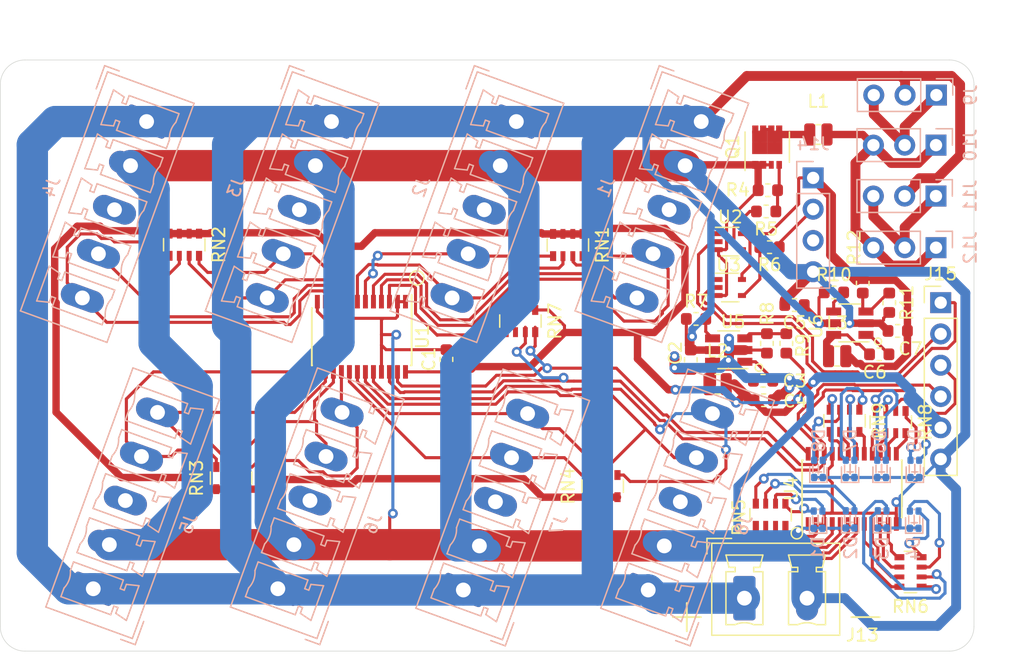
<source format=kicad_pcb>
(kicad_pcb (version 20171130) (host pcbnew 5.1.2-f72e74a~84~ubuntu18.04.1)
  (layers (0 F.Cu signal) (31 B.Cu signal) (34 B.Paste user) (35 F.Paste user) (36 B.SilkS user) (37 F.SilkS user) (38 B.Mask user) (39 F.Mask user) (44 Edge.Cuts user))
  (net 0 "")
  (net 1 "Net-(J1-Pad5)")
  (net 2 "Net-(J1-Pad4)")
  (net 3 "Net-(J1-Pad3)")
  (net 4 "Net-(J2-Pad3)")
  (net 5 "Net-(J3-Pad3)")
  (net 6 "Net-(J4-Pad5)")
  (net 7 "Net-(J4-Pad4)")
  (net 8 "Net-(J4-Pad3)")
  (net 9 "Net-(J5-Pad3)")
  (net 10 "Net-(J6-Pad5)")
  (net 11 "Net-(J6-Pad4)")
  (net 12 "Net-(J6-Pad3)")
  (net 13 "Net-(J7-Pad3)")
  (net 14 "Net-(J8-Pad5)")
  (net 15 "Net-(J8-Pad4)")
  (net 16 "Net-(J8-Pad3)")
  (net 17 "Net-(J10-Pad2)")
  (net 18 "Net-(J10-Pad1)")
  (net 19 "Net-(J11-Pad1)")
  (net 20 "Net-(J2-Pad4)")
  (net 21 "Net-(J2-Pad5)")
  (net 22 "Net-(J3-Pad4)")
  (net 23 "Net-(J3-Pad5)")
  (net 24 "Net-(J5-Pad4)")
  (net 25 "Net-(J5-Pad5)")
  (net 26 "Net-(J7-Pad4)")
  (net 27 "Net-(J7-Pad5)")
  (net 28 /+24V)
  (net 29 GND)
  (net 30 "Net-(Q1-Pad4)")
  (net 31 "Net-(L1-Pad2)")
  (net 32 "Net-(J14-Pad3)")
  (net 33 "Net-(J14-Pad2)")
  (net 34 VCC)
  (net 35 "Net-(R5-Pad2)")
  (net 36 "Net-(R6-Pad2)")
  (net 37 "Net-(D1-Pad2)")
  (net 38 "Net-(D1-Pad1)")
  (net 39 "Net-(D2-Pad2)")
  (net 40 "Net-(D2-Pad1)")
  (net 41 "Net-(D3-Pad2)")
  (net 42 "Net-(D3-Pad1)")
  (net 43 "Net-(D4-Pad2)")
  (net 44 "Net-(D4-Pad1)")
  (net 45 "Net-(D5-Pad2)")
  (net 46 "Net-(D5-Pad1)")
  (net 47 "Net-(D6-Pad2)")
  (net 48 "Net-(D6-Pad1)")
  (net 49 "Net-(D7-Pad2)")
  (net 50 "Net-(D7-Pad1)")
  (net 51 "Net-(D8-Pad2)")
  (net 52 "Net-(D8-Pad1)")
  (net 53 "Net-(U4-Pad1)")
  (net 54 "Net-(RN5-Pad5)")
  (net 55 "Net-(RN5-Pad6)")
  (net 56 "Net-(RN5-Pad8)")
  (net 57 "Net-(RN5-Pad7)")
  (net 58 "Net-(RN6-Pad5)")
  (net 59 "Net-(RN6-Pad6)")
  (net 60 "Net-(RN6-Pad8)")
  (net 61 "Net-(RN6-Pad7)")
  (net 62 /3V3)
  (net 63 "Net-(J15-Pad4)")
  (net 64 "Net-(J15-Pad3)")
  (net 65 "Net-(J15-Pad2)")
  (net 66 "Net-(J15-Pad1)")
  (net 67 "Net-(C3-Pad2)")
  (net 68 "Net-(C3-Pad1)")
  (net 69 "Net-(R7-Pad2)")
  (net 70 "Net-(R8-Pad1)")
  (net 71 "Net-(C6-Pad2)")
  (net 72 "Net-(C6-Pad1)")
  (net 73 "Net-(R10-Pad2)")
  (net 74 "Net-(R11-Pad1)")
  (net 75 "Net-(RN7-Pad5)")
  (net 76 "Net-(RN7-Pad6)")
  (net 77 "Net-(RN8-Pad5)")
  (net 78 "Net-(RN8-Pad6)")
  (net 79 "Net-(RN8-Pad8)")
  (net 80 "Net-(RN8-Pad7)")
  (net 81 "Net-(RN9-Pad5)")
  (net 82 "Net-(RN9-Pad6)")
  (net 83 "Net-(RN9-Pad8)")
  (net 84 "Net-(RN9-Pad7)")
  (module corelib:INDUCTOR_2x1.6x1mm (layer F.Cu) (at 170.9 96.05 180)
    (fp_text reference L3 (at 0 2.7) (layer F.SilkS))
    (fp_text value 4.7u)
    (pad 2 smd roundrect (at 0.7 0 180) (size 0.9 1.8) (layers F.Cu F.Paste F.Mask) (net 72 "Net-(C6-Pad1)"))
    (pad 1 smd roundrect (at -0.7 0 180) (size 0.9 1.8) (layers F.Cu F.Paste F.Mask) (net 34 VCC))
  )
  (module corelib:INDUCTOR_2x1.6x1mm (layer F.Cu) (at 161.2 98.325 180)
    (fp_text reference L2 (at 0 2.7) (layer F.SilkS))
    (fp_text value 4.7u)
    (pad 2 smd roundrect (at 0.7 0 180) (size 0.9 1.8) (layers F.Cu F.Paste F.Mask) (net 68 "Net-(C3-Pad1)"))
    (pad 1 smd roundrect (at -0.7 0 180) (size 0.9 1.8) (layers F.Cu F.Paste F.Mask) (net 62 /3V3))
  )
  (module corelib:INDUCTOR_2x1.6x1mm (layer F.Cu) (at 169.375 78.05 180)
    (fp_text reference L1 (at 0 2.7) (layer F.SilkS))
    (fp_text value 1u)
    (pad 2 smd roundrect (at 0.7 0 180) (size 0.9 1.8) (layers F.Cu F.Paste F.Mask) (net 31 "Net-(L1-Pad2)"))
    (pad 1 smd roundrect (at -0.7 0 180) (size 0.9 1.8) (layers F.Cu F.Paste F.Mask) (net 18 "Net-(J10-Pad1)"))
  )
  (module Resistor_SMD:R_Array_Convex_4x0603 (layer F.Cu) (at 171.5 101.3 270)
    (fp_text reference RN9 (at 0 -2.8 90) (layer F.SilkS))
    (fp_text value 1k)
    (pad 5 smd rect (at 0.9 1.2 270) (size 0.8 0.5) (layers F.Cu F.Paste F.Mask) (net 81 "Net-(RN9-Pad5)"))
    (pad 6 smd rect (at 0.9 0.4 270) (size 0.8 0.4) (layers F.Cu F.Paste F.Mask) (net 82 "Net-(RN9-Pad6)"))
    (pad 8 smd rect (at 0.9 -1.2 270) (size 0.8 0.5) (layers F.Cu F.Paste F.Mask) (net 83 "Net-(RN9-Pad8)"))
    (pad 7 smd rect (at 0.9 -0.4 270) (size 0.8 0.4) (layers F.Cu F.Paste F.Mask) (net 84 "Net-(RN9-Pad7)"))
    (pad 4 smd rect (at -0.9 1.2 270) (size 0.8 0.5) (layers F.Cu F.Paste F.Mask) (net 51 "Net-(D8-Pad2)"))
    (pad 2 smd rect (at -0.9 -0.4 270) (size 0.8 0.4) (layers F.Cu F.Paste F.Mask) (net 49 "Net-(D7-Pad2)"))
    (pad 3 smd rect (at -0.9 0.4 270) (size 0.8 0.4) (layers F.Cu F.Paste F.Mask) (net 52 "Net-(D8-Pad1)"))
    (pad 1 smd rect (at -0.9 -1.2 270) (size 0.8 0.5) (layers F.Cu F.Paste F.Mask) (net 50 "Net-(D7-Pad1)"))
  )
  (module Resistor_SMD:R_Array_Convex_4x0603 (layer F.Cu) (at 175.25 101.4 270)
    (fp_text reference RN8 (at 0 -2.8 90) (layer F.SilkS))
    (fp_text value 1k)
    (pad 5 smd rect (at 0.9 1.2 270) (size 0.8 0.5) (layers F.Cu F.Paste F.Mask) (net 77 "Net-(RN8-Pad5)"))
    (pad 6 smd rect (at 0.9 0.4 270) (size 0.8 0.4) (layers F.Cu F.Paste F.Mask) (net 78 "Net-(RN8-Pad6)"))
    (pad 8 smd rect (at 0.9 -1.2 270) (size 0.8 0.5) (layers F.Cu F.Paste F.Mask) (net 79 "Net-(RN8-Pad8)"))
    (pad 7 smd rect (at 0.9 -0.4 270) (size 0.8 0.4) (layers F.Cu F.Paste F.Mask) (net 80 "Net-(RN8-Pad7)"))
    (pad 4 smd rect (at -0.9 1.2 270) (size 0.8 0.5) (layers F.Cu F.Paste F.Mask) (net 47 "Net-(D6-Pad2)"))
    (pad 2 smd rect (at -0.9 -0.4 270) (size 0.8 0.4) (layers F.Cu F.Paste F.Mask) (net 45 "Net-(D5-Pad2)"))
    (pad 3 smd rect (at -0.9 0.4 270) (size 0.8 0.4) (layers F.Cu F.Paste F.Mask) (net 48 "Net-(D6-Pad1)"))
    (pad 1 smd rect (at -0.9 -1.2 270) (size 0.8 0.5) (layers F.Cu F.Paste F.Mask) (net 46 "Net-(D5-Pad1)"))
  )
  (module corelib:LTST-C295KGKRKT (layer B.Cu) (at 169.38 105.2 270)
    (fp_text reference D8 (at -2.3 -0.02 90) (layer B.SilkS) (effects (justify mirror)))
    (fp_text value LED_Dual_AACC)
    (pad 4 smd roundrect (at 0.7 -0.35 270) (size 0.6 0.5) (layers B.Cu B.Paste B.Mask) (net 29 GND))
    (pad 2 smd roundrect (at -0.7 -0.35 270) (size 0.6 0.5) (layers B.Cu B.Paste B.Mask) (net 51 "Net-(D8-Pad2)"))
    (pad 3 smd roundrect (at 0.7 0.35 270) (size 0.6 0.5) (layers B.Cu B.Paste B.Mask) (net 29 GND))
    (pad 1 smd roundrect (at -0.7 0.35 270) (size 0.6 0.5) (layers B.Cu B.Paste B.Mask) (net 52 "Net-(D8-Pad1)"))
  )
  (module corelib:LTST-C295KGKRKT (layer B.Cu) (at 171.95 105.2 270)
    (fp_text reference D7 (at -2.3 0 90) (layer B.SilkS) (effects (justify mirror)))
    (fp_text value LED_Dual_AACC)
    (pad 4 smd roundrect (at 0.7 -0.35 270) (size 0.6 0.5) (layers B.Cu B.Paste B.Mask) (net 29 GND))
    (pad 2 smd roundrect (at -0.7 -0.35 270) (size 0.6 0.5) (layers B.Cu B.Paste B.Mask) (net 49 "Net-(D7-Pad2)"))
    (pad 3 smd roundrect (at 0.7 0.35 270) (size 0.6 0.5) (layers B.Cu B.Paste B.Mask) (net 29 GND))
    (pad 1 smd roundrect (at -0.7 0.35 270) (size 0.6 0.5) (layers B.Cu B.Paste B.Mask) (net 50 "Net-(D7-Pad1)"))
  )
  (module corelib:LTST-C295KGKRKT (layer B.Cu) (at 174.5 105.2 270)
    (fp_text reference D6 (at -2.2 0.15 90) (layer B.SilkS) (effects (justify mirror)))
    (fp_text value LED_Dual_AACC)
    (pad 4 smd roundrect (at 0.7 -0.35 270) (size 0.6 0.5) (layers B.Cu B.Paste B.Mask) (net 29 GND))
    (pad 2 smd roundrect (at -0.7 -0.35 270) (size 0.6 0.5) (layers B.Cu B.Paste B.Mask) (net 47 "Net-(D6-Pad2)"))
    (pad 3 smd roundrect (at 0.7 0.35 270) (size 0.6 0.5) (layers B.Cu B.Paste B.Mask) (net 29 GND))
    (pad 1 smd roundrect (at -0.7 0.35 270) (size 0.6 0.5) (layers B.Cu B.Paste B.Mask) (net 48 "Net-(D6-Pad1)"))
  )
  (module corelib:LTST-C295KGKRKT (layer B.Cu) (at 177.2 105.2 270)
    (fp_text reference D5 (at -2.3 0 90) (layer B.SilkS) (effects (justify mirror)))
    (fp_text value LED_Dual_AACC)
    (pad 4 smd roundrect (at 0.7 -0.35 270) (size 0.6 0.5) (layers B.Cu B.Paste B.Mask) (net 29 GND))
    (pad 2 smd roundrect (at -0.7 -0.35 270) (size 0.6 0.5) (layers B.Cu B.Paste B.Mask) (net 45 "Net-(D5-Pad2)"))
    (pad 3 smd roundrect (at 0.7 0.35 270) (size 0.6 0.5) (layers B.Cu B.Paste B.Mask) (net 29 GND))
    (pad 1 smd roundrect (at -0.7 0.35 270) (size 0.6 0.5) (layers B.Cu B.Paste B.Mask) (net 46 "Net-(D5-Pad1)"))
  )
  (module corelib:LTST-C295KGKRKT (layer B.Cu) (at 177.15 109.325 270)
    (fp_text reference D4 (at 2.325 0.05 90) (layer B.SilkS) (effects (justify mirror)))
    (fp_text value LED_Dual_AACC)
    (pad 4 smd roundrect (at 0.7 -0.35 270) (size 0.6 0.5) (layers B.Cu B.Paste B.Mask) (net 29 GND))
    (pad 2 smd roundrect (at -0.7 -0.35 270) (size 0.6 0.5) (layers B.Cu B.Paste B.Mask) (net 43 "Net-(D4-Pad2)"))
    (pad 3 smd roundrect (at 0.7 0.35 270) (size 0.6 0.5) (layers B.Cu B.Paste B.Mask) (net 29 GND))
    (pad 1 smd roundrect (at -0.7 0.35 270) (size 0.6 0.5) (layers B.Cu B.Paste B.Mask) (net 44 "Net-(D4-Pad1)"))
  )
  (module corelib:LTST-C295KGKRKT (layer B.Cu) (at 174.55 109.3 270)
    (fp_text reference D3 (at 2.35 0 90) (layer B.SilkS) (effects (justify mirror)))
    (fp_text value LED_Dual_AACC)
    (pad 4 smd roundrect (at 0.7 -0.35 270) (size 0.6 0.5) (layers B.Cu B.Paste B.Mask) (net 29 GND))
    (pad 2 smd roundrect (at -0.7 -0.35 270) (size 0.6 0.5) (layers B.Cu B.Paste B.Mask) (net 41 "Net-(D3-Pad2)"))
    (pad 3 smd roundrect (at 0.7 0.35 270) (size 0.6 0.5) (layers B.Cu B.Paste B.Mask) (net 29 GND))
    (pad 1 smd roundrect (at -0.7 0.35 270) (size 0.6 0.5) (layers B.Cu B.Paste B.Mask) (net 42 "Net-(D3-Pad1)"))
  )
  (module corelib:LTST-C295KGKRKT (layer B.Cu) (at 171.95 109.3 270)
    (fp_text reference D2 (at 2.3 -0.05 90) (layer B.SilkS) (effects (justify mirror)))
    (fp_text value LED_Dual_AACC)
    (pad 4 smd roundrect (at 0.7 -0.35 270) (size 0.6 0.5) (layers B.Cu B.Paste B.Mask) (net 29 GND))
    (pad 2 smd roundrect (at -0.7 -0.35 270) (size 0.6 0.5) (layers B.Cu B.Paste B.Mask) (net 39 "Net-(D2-Pad2)"))
    (pad 3 smd roundrect (at 0.7 0.35 270) (size 0.6 0.5) (layers B.Cu B.Paste B.Mask) (net 29 GND))
    (pad 1 smd roundrect (at -0.7 0.35 270) (size 0.6 0.5) (layers B.Cu B.Paste B.Mask) (net 40 "Net-(D2-Pad1)"))
  )
  (module corelib:LTST-C295KGKRKT (layer B.Cu) (at 169.35 109.325 270)
    (fp_text reference D1 (at 2.325 0 90) (layer B.SilkS) (effects (justify mirror)))
    (fp_text value LED_Dual_AACC)
    (pad 4 smd roundrect (at 0.7 -0.35 270) (size 0.6 0.5) (layers B.Cu B.Paste B.Mask) (net 29 GND))
    (pad 2 smd roundrect (at -0.7 -0.35 270) (size 0.6 0.5) (layers B.Cu B.Paste B.Mask) (net 37 "Net-(D1-Pad2)"))
    (pad 3 smd roundrect (at 0.7 0.35 270) (size 0.6 0.5) (layers B.Cu B.Paste B.Mask) (net 29 GND))
    (pad 1 smd roundrect (at -0.7 0.35 270) (size 0.6 0.5) (layers B.Cu B.Paste B.Mask) (net 38 "Net-(D1-Pad1)"))
  )
  (module Resistor_SMD:R_Array_Convex_4x0603 (layer F.Cu) (at 145.2 93.2 270)
    (fp_text reference RN7 (at 0 -2.8 90) (layer F.SilkS))
    (fp_text value 4.7k)
    (pad 5 smd rect (at 0.9 1.2 270) (size 0.8 0.5) (layers F.Cu F.Paste F.Mask) (net 75 "Net-(RN7-Pad5)"))
    (pad 6 smd rect (at 0.9 0.4 270) (size 0.8 0.4) (layers F.Cu F.Paste F.Mask) (net 76 "Net-(RN7-Pad6)"))
    (pad 8 smd rect (at 0.9 -1.2 270) (size 0.8 0.5) (layers F.Cu F.Paste F.Mask) (net 63 "Net-(J15-Pad4)"))
    (pad 7 smd rect (at 0.9 -0.4 270) (size 0.8 0.4) (layers F.Cu F.Paste F.Mask) (net 64 "Net-(J15-Pad3)"))
    (pad 4 smd rect (at -0.9 1.2 270) (size 0.8 0.5) (layers F.Cu F.Paste F.Mask) (net 62 /3V3))
    (pad 2 smd rect (at -0.9 -0.4 270) (size 0.8 0.4) (layers F.Cu F.Paste F.Mask) (net 62 /3V3))
    (pad 3 smd rect (at -0.9 0.4 270) (size 0.8 0.4) (layers F.Cu F.Paste F.Mask) (net 62 /3V3))
    (pad 1 smd rect (at -0.9 -1.2 270) (size 0.8 0.5) (layers F.Cu F.Paste F.Mask) (net 62 /3V3))
  )
  (module Package_TO_SOT_SMD:TSOT-23-6 (layer F.Cu) (at 171.925 93.375 180)
    (fp_text reference U6 (at 2.75 -0.25 90) (layer F.SilkS))
    (fp_text value JW5026)
    (pad 6 smd rect (at 1.31 -0.95 180) (size 1.22 0.65) (layers F.Cu F.Paste F.Mask) (net 72 "Net-(C6-Pad1)"))
    (pad 5 smd rect (at 1.31 0 180) (size 1.22 0.65) (layers F.Cu F.Paste F.Mask) (net 28 /+24V))
    (pad 4 smd rect (at 1.31 0.95 180) (size 1.22 0.65) (layers F.Cu F.Paste F.Mask) (net 73 "Net-(R10-Pad2)"))
    (pad 3 smd rect (at -1.31 0.95 180) (size 1.22 0.65) (layers F.Cu F.Paste F.Mask) (net 74 "Net-(R11-Pad1)"))
    (pad 2 smd rect (at -1.31 0 180) (size 1.22 0.65) (layers F.Cu F.Paste F.Mask) (net 29 GND))
    (pad 1 smd rect (at -1.31 -0.95 180) (size 1.22 0.65) (layers F.Cu F.Paste F.Mask) (net 71 "Net-(C6-Pad2)"))
  )
  (module Resistor_SMD:R_0603_1608Metric (layer F.Cu) (at 172.975 90.1375 270)
    (fp_text reference R12 (at -2.9125 0.7 90) (layer F.SilkS))
    (fp_text value 11.2k)
    (pad 2 smd roundrect (at 0.7875 0 270) (size 0.875 0.95) (layers F.Cu F.Paste F.Mask) (net 74 "Net-(R11-Pad1)"))
    (pad 1 smd roundrect (at -0.7875 0 270) (size 0.875 0.95) (layers F.Cu F.Paste F.Mask) (net 34 VCC))
  )
  (module Resistor_SMD:R_0603_1608Metric (layer F.Cu) (at 175.125 91.7125 270)
    (fp_text reference R11 (at 0 -1.43 90) (layer F.SilkS))
    (fp_text value 2.1k)
    (pad 2 smd roundrect (at 0.7875 0 270) (size 0.875 0.95) (layers F.Cu F.Paste F.Mask) (net 29 GND))
    (pad 1 smd roundrect (at -0.7875 0 270) (size 0.875 0.95) (layers F.Cu F.Paste F.Mask) (net 74 "Net-(R11-Pad1)"))
  )
  (module Resistor_SMD:R_0603_1608Metric (layer F.Cu) (at 170.6375 90.875)
    (fp_text reference R10 (at 0 -1.43) (layer F.SilkS))
    (fp_text value 100k)
    (pad 2 smd roundrect (at 0.7875 0) (size 0.875 0.95) (layers F.Cu F.Paste F.Mask) (net 73 "Net-(R10-Pad2)"))
    (pad 1 smd roundrect (at -0.7875 0) (size 0.875 0.95) (layers F.Cu F.Paste F.Mask) (net 28 /+24V))
  )
  (module Capacitor_SMD:C_0603_1608Metric (layer F.Cu) (at 175.8125 94 180)
    (fp_text reference C7 (at -1.0375 -1.45) (layer F.SilkS))
    (fp_text value 10u)
    (pad 2 smd roundrect (at 0.7875 0 180) (size 0.875 0.95) (layers F.Cu F.Paste F.Mask) (net 29 GND))
    (pad 1 smd roundrect (at -0.7875 0 180) (size 0.875 0.95) (layers F.Cu F.Paste F.Mask) (net 34 VCC))
  )
  (module Capacitor_SMD:C_0603_1608Metric (layer F.Cu) (at 174.3125 95.9)
    (fp_text reference C6 (at -0.3625 1.45) (layer F.SilkS))
    (fp_text value 100n)
    (pad 2 smd roundrect (at 0.7875 0) (size 0.875 0.95) (layers F.Cu F.Paste F.Mask) (net 71 "Net-(C6-Pad2)"))
    (pad 1 smd roundrect (at -0.7875 0) (size 0.875 0.95) (layers F.Cu F.Paste F.Mask) (net 72 "Net-(C6-Pad1)"))
  )
  (module Capacitor_SMD:C_0603_1608Metric (layer F.Cu) (at 167.4375 91.9 180)
    (fp_text reference C5 (at 0 -1.43) (layer F.SilkS))
    (fp_text value 4.7u)
    (pad 2 smd roundrect (at 0.7875 0 180) (size 0.875 0.95) (layers F.Cu F.Paste F.Mask) (net 29 GND))
    (pad 1 smd roundrect (at -0.7875 0 180) (size 0.875 0.95) (layers F.Cu F.Paste F.Mask) (net 28 /+24V))
  )
  (module Resistor_SMD:R_0603_1608Metric (layer F.Cu) (at 159.45 93.025)
    (fp_text reference R7 (at 0 -1.43) (layer F.SilkS))
    (fp_text value 100k)
    (pad 2 smd roundrect (at 0.7875 0) (size 0.875 0.95) (layers F.Cu F.Paste F.Mask) (net 69 "Net-(R7-Pad2)"))
    (pad 1 smd roundrect (at -0.7875 0) (size 0.875 0.95) (layers F.Cu F.Paste F.Mask) (net 28 /+24V))
  )
  (module Package_TO_SOT_SMD:TSOT-23-6 (layer F.Cu) (at 162.1 95.555 180)
    (fp_text reference U5 (at -0.35 2.305) (layer F.SilkS))
    (fp_text value JW5026)
    (pad 6 smd rect (at 1.31 -0.95 180) (size 1.22 0.65) (layers F.Cu F.Paste F.Mask) (net 68 "Net-(C3-Pad1)"))
    (pad 5 smd rect (at 1.31 0 180) (size 1.22 0.65) (layers F.Cu F.Paste F.Mask) (net 28 /+24V))
    (pad 4 smd rect (at 1.31 0.95 180) (size 1.22 0.65) (layers F.Cu F.Paste F.Mask) (net 69 "Net-(R7-Pad2)"))
    (pad 3 smd rect (at -1.31 0.95 180) (size 1.22 0.65) (layers F.Cu F.Paste F.Mask) (net 70 "Net-(R8-Pad1)"))
    (pad 2 smd rect (at -1.31 0 180) (size 1.22 0.65) (layers F.Cu F.Paste F.Mask) (net 29 GND))
    (pad 1 smd rect (at -1.31 -0.95 180) (size 1.22 0.65) (layers F.Cu F.Paste F.Mask) (net 67 "Net-(C3-Pad2)"))
  )
  (module Resistor_SMD:R_0603_1608Metric (layer F.Cu) (at 166.775 95.0125 90)
    (fp_text reference R9 (at -0.1625 1.325 90) (layer F.SilkS))
    (fp_text value 7.5k)
    (pad 2 smd roundrect (at 0.7875 0 90) (size 0.875 0.95) (layers F.Cu F.Paste F.Mask) (net 70 "Net-(R8-Pad1)"))
    (pad 1 smd roundrect (at -0.7875 0 90) (size 0.875 0.95) (layers F.Cu F.Paste F.Mask) (net 62 /3V3))
  )
  (module Resistor_SMD:R_0603_1608Metric (layer F.Cu) (at 165.2 95.0125 270)
    (fp_text reference R8 (at -2.4125 -0.025 90) (layer F.SilkS))
    (fp_text value 2.4k)
    (pad 2 smd roundrect (at 0.7875 0 270) (size 0.875 0.95) (layers F.Cu F.Paste F.Mask) (net 29 GND))
    (pad 1 smd roundrect (at -0.7875 0 270) (size 0.875 0.95) (layers F.Cu F.Paste F.Mask) (net 70 "Net-(R8-Pad1)"))
  )
  (module Capacitor_SMD:C_0603_1608Metric (layer F.Cu) (at 164.9375 99.625)
    (fp_text reference C4 (at 2.5625 0.075) (layer F.SilkS))
    (fp_text value 10u)
    (pad 2 smd roundrect (at 0.7875 0) (size 0.875 0.95) (layers F.Cu F.Paste F.Mask) (net 29 GND))
    (pad 1 smd roundrect (at -0.7875 0) (size 0.875 0.95) (layers F.Cu F.Paste F.Mask) (net 62 /3V3))
  )
  (module Capacitor_SMD:C_0603_1608Metric (layer F.Cu) (at 164.8875 98.05)
    (fp_text reference C3 (at 2.5625 0.025) (layer F.SilkS))
    (fp_text value 100n)
    (pad 2 smd roundrect (at 0.7875 0) (size 0.875 0.95) (layers F.Cu F.Paste F.Mask) (net 67 "Net-(C3-Pad2)"))
    (pad 1 smd roundrect (at -0.7875 0) (size 0.875 0.95) (layers F.Cu F.Paste F.Mask) (net 68 "Net-(C3-Pad1)"))
  )
  (module Capacitor_SMD:C_0603_1608Metric (layer F.Cu) (at 159.025 96.3375 270)
    (fp_text reference C2 (at -0.5375 1.25 90) (layer F.SilkS))
    (fp_text value 4.7u)
    (pad 2 smd roundrect (at 0.7875 0 270) (size 0.875 0.95) (layers F.Cu F.Paste F.Mask) (net 29 GND))
    (pad 1 smd roundrect (at -0.7875 0 270) (size 0.875 0.95) (layers F.Cu F.Paste F.Mask) (net 28 /+24V))
  )
  (module Connector_PinHeader_2.54mm:PinHeader_1x06_P2.54mm_Vertical (layer F.Cu) (at 179.3 91.705)
    (fp_text reference J15 (at 0 -2.33) (layer F.SilkS))
    (fp_text value Conn_01x06_Male)
    (pad 6 thru_hole oval (at 0 12.7) (size 1.7 1.7) (drill 1) (layers *.Cu *.Mask) (net 29 GND))
    (pad 5 thru_hole oval (at 0 10.16) (size 1.7 1.7) (drill 1) (layers *.Cu *.Mask) (net 62 /3V3))
    (pad 4 thru_hole oval (at 0 7.62) (size 1.7 1.7) (drill 1) (layers *.Cu *.Mask) (net 63 "Net-(J15-Pad4)"))
    (pad 3 thru_hole oval (at 0 5.08) (size 1.7 1.7) (drill 1) (layers *.Cu *.Mask) (net 64 "Net-(J15-Pad3)"))
    (pad 2 thru_hole oval (at 0 2.54) (size 1.7 1.7) (drill 1) (layers *.Cu *.Mask) (net 65 "Net-(J15-Pad2)"))
    (pad 1 thru_hole rect (at 0 0) (size 1.7 1.7) (drill 1) (layers *.Cu *.Mask) (net 66 "Net-(J15-Pad1)"))
  )
  (module Package_SO:TSSOP-24_4.4x7.8mm_P0.65mm (layer F.Cu) (at 172.125 106.825 90)
    (fp_text reference U4 (at 0 -4.95 90) (layer F.SilkS))
    (fp_text value TCA9555PWR)
    (pad 24 smd rect (at 2.85 -3.575 90) (size 1.1 0.4) (layers F.Cu F.Paste F.Mask) (net 62 /3V3))
    (pad 23 smd rect (at 2.85 -2.925 90) (size 1.1 0.4) (layers F.Cu F.Paste F.Mask) (net 63 "Net-(J15-Pad4)"))
    (pad 22 smd rect (at 2.85 -2.275 90) (size 1.1 0.4) (layers F.Cu F.Paste F.Mask) (net 64 "Net-(J15-Pad3)"))
    (pad 21 smd rect (at 2.85 -1.625 90) (size 1.1 0.4) (layers F.Cu F.Paste F.Mask) (net 29 GND))
    (pad 20 smd rect (at 2.85 -0.975 90) (size 1.1 0.4) (layers F.Cu F.Paste F.Mask) (net 81 "Net-(RN9-Pad5)"))
    (pad 19 smd rect (at 2.85 -0.325 90) (size 1.1 0.4) (layers F.Cu F.Paste F.Mask) (net 82 "Net-(RN9-Pad6)"))
    (pad 18 smd rect (at 2.85 0.325 90) (size 1.1 0.4) (layers F.Cu F.Paste F.Mask) (net 84 "Net-(RN9-Pad7)"))
    (pad 17 smd rect (at 2.85 0.975 90) (size 1.1 0.4) (layers F.Cu F.Paste F.Mask) (net 83 "Net-(RN9-Pad8)"))
    (pad 16 smd rect (at 2.85 1.625 90) (size 1.1 0.4) (layers F.Cu F.Paste F.Mask) (net 77 "Net-(RN8-Pad5)"))
    (pad 15 smd rect (at 2.85 2.275 90) (size 1.1 0.4) (layers F.Cu F.Paste F.Mask) (net 78 "Net-(RN8-Pad6)"))
    (pad 14 smd rect (at 2.85 2.925 90) (size 1.1 0.4) (layers F.Cu F.Paste F.Mask) (net 80 "Net-(RN8-Pad7)"))
    (pad 13 smd rect (at 2.85 3.575 90) (size 1.1 0.4) (layers F.Cu F.Paste F.Mask) (net 79 "Net-(RN8-Pad8)"))
    (pad 12 smd rect (at -2.85 3.575 90) (size 1.1 0.4) (layers F.Cu F.Paste F.Mask) (net 29 GND))
    (pad 11 smd rect (at -2.85 2.925 90) (size 1.1 0.4) (layers F.Cu F.Paste F.Mask) (net 58 "Net-(RN6-Pad5)"))
    (pad 10 smd rect (at -2.85 2.275 90) (size 1.1 0.4) (layers F.Cu F.Paste F.Mask) (net 59 "Net-(RN6-Pad6)"))
    (pad 9 smd rect (at -2.85 1.625 90) (size 1.1 0.4) (layers F.Cu F.Paste F.Mask) (net 61 "Net-(RN6-Pad7)"))
    (pad 8 smd rect (at -2.85 0.975 90) (size 1.1 0.4) (layers F.Cu F.Paste F.Mask) (net 60 "Net-(RN6-Pad8)"))
    (pad 7 smd rect (at -2.85 0.325 90) (size 1.1 0.4) (layers F.Cu F.Paste F.Mask) (net 54 "Net-(RN5-Pad5)"))
    (pad 6 smd rect (at -2.85 -0.325 90) (size 1.1 0.4) (layers F.Cu F.Paste F.Mask) (net 55 "Net-(RN5-Pad6)"))
    (pad 5 smd rect (at -2.85 -0.975 90) (size 1.1 0.4) (layers F.Cu F.Paste F.Mask) (net 57 "Net-(RN5-Pad7)"))
    (pad 4 smd rect (at -2.85 -1.625 90) (size 1.1 0.4) (layers F.Cu F.Paste F.Mask) (net 56 "Net-(RN5-Pad8)"))
    (pad 3 smd rect (at -2.85 -2.275 90) (size 1.1 0.4) (layers F.Cu F.Paste F.Mask) (net 29 GND))
    (pad 2 smd rect (at -2.85 -2.925 90) (size 1.1 0.4) (layers F.Cu F.Paste F.Mask) (net 29 GND))
    (pad 1 smd rect (at -2.85 -3.575 90) (size 1.1 0.4) (layers F.Cu F.Paste F.Mask) (net 53 "Net-(U4-Pad1)"))
  )
  (module Resistor_SMD:R_Array_Convex_4x0603 (layer F.Cu) (at 176.85 113.575 180)
    (fp_text reference RN6 (at 0 -2.8) (layer F.SilkS))
    (fp_text value 1k)
    (pad 5 smd rect (at 0.9 1.2 180) (size 0.8 0.5) (layers F.Cu F.Paste F.Mask) (net 58 "Net-(RN6-Pad5)"))
    (pad 6 smd rect (at 0.9 0.4 180) (size 0.8 0.4) (layers F.Cu F.Paste F.Mask) (net 59 "Net-(RN6-Pad6)"))
    (pad 8 smd rect (at 0.9 -1.2 180) (size 0.8 0.5) (layers F.Cu F.Paste F.Mask) (net 60 "Net-(RN6-Pad8)"))
    (pad 7 smd rect (at 0.9 -0.4 180) (size 0.8 0.4) (layers F.Cu F.Paste F.Mask) (net 61 "Net-(RN6-Pad7)"))
    (pad 4 smd rect (at -0.9 1.2 180) (size 0.8 0.5) (layers F.Cu F.Paste F.Mask) (net 43 "Net-(D4-Pad2)"))
    (pad 2 smd rect (at -0.9 -0.4 180) (size 0.8 0.4) (layers F.Cu F.Paste F.Mask) (net 41 "Net-(D3-Pad2)"))
    (pad 3 smd rect (at -0.9 0.4 180) (size 0.8 0.4) (layers F.Cu F.Paste F.Mask) (net 44 "Net-(D4-Pad1)"))
    (pad 1 smd rect (at -0.9 -1.2 180) (size 0.8 0.5) (layers F.Cu F.Paste F.Mask) (net 42 "Net-(D3-Pad1)"))
  )
  (module Resistor_SMD:R_Array_Convex_4x0603 (layer F.Cu) (at 165.5 108.925 270)
    (fp_text reference RN5 (at 0.225 2.575 90) (layer F.SilkS))
    (fp_text value 1k)
    (pad 5 smd rect (at 0.9 1.2 270) (size 0.8 0.5) (layers F.Cu F.Paste F.Mask) (net 54 "Net-(RN5-Pad5)"))
    (pad 6 smd rect (at 0.9 0.4 270) (size 0.8 0.4) (layers F.Cu F.Paste F.Mask) (net 55 "Net-(RN5-Pad6)"))
    (pad 8 smd rect (at 0.9 -1.2 270) (size 0.8 0.5) (layers F.Cu F.Paste F.Mask) (net 56 "Net-(RN5-Pad8)"))
    (pad 7 smd rect (at 0.9 -0.4 270) (size 0.8 0.4) (layers F.Cu F.Paste F.Mask) (net 57 "Net-(RN5-Pad7)"))
    (pad 4 smd rect (at -0.9 1.2 270) (size 0.8 0.5) (layers F.Cu F.Paste F.Mask) (net 39 "Net-(D2-Pad2)"))
    (pad 2 smd rect (at -0.9 -0.4 270) (size 0.8 0.4) (layers F.Cu F.Paste F.Mask) (net 37 "Net-(D1-Pad2)"))
    (pad 3 smd rect (at -0.9 0.4 270) (size 0.8 0.4) (layers F.Cu F.Paste F.Mask) (net 40 "Net-(D2-Pad1)"))
    (pad 1 smd rect (at -0.9 -1.2 270) (size 0.8 0.5) (layers F.Cu F.Paste F.Mask) (net 38 "Net-(D1-Pad1)"))
  )
  (module Connector_PinSocket_2.54mm:PinSocket_1x03_P2.54mm_Vertical (layer B.Cu) (at 178.92 87.24 90)
    (fp_text reference J12 (at 0 2.77 90) (layer B.SilkS) (effects (justify mirror)))
    (fp_text value Conn_01x03_Female)
    (pad 3 thru_hole oval (at 0 -5.08 90) (size 1.7 1.7) (drill 1) (layers *.Cu *.Mask) (net 18 "Net-(J10-Pad1)"))
    (pad 2 thru_hole oval (at 0 -2.54 90) (size 1.7 1.7) (drill 1) (layers *.Cu *.Mask) (net 19 "Net-(J11-Pad1)"))
    (pad 1 thru_hole rect (at 0 0 90) (size 1.7 1.7) (drill 1) (layers *.Cu *.Mask) (net 18 "Net-(J10-Pad1)"))
  )
  (module Connector_PinSocket_2.54mm:PinSocket_1x03_P2.54mm_Vertical (layer B.Cu) (at 178.915 83.05 90)
    (fp_text reference J11 (at 0 2.77 90) (layer B.SilkS) (effects (justify mirror)))
    (fp_text value Conn_01x03_Female)
    (pad 3 thru_hole oval (at 0 -5.08 90) (size 1.7 1.7) (drill 1) (layers *.Cu *.Mask) (net 19 "Net-(J11-Pad1)"))
    (pad 2 thru_hole oval (at 0 -2.54 90) (size 1.7 1.7) (drill 1) (layers *.Cu *.Mask) (net 28 /+24V))
    (pad 1 thru_hole rect (at 0 0 90) (size 1.7 1.7) (drill 1) (layers *.Cu *.Mask) (net 19 "Net-(J11-Pad1)"))
  )
  (module Connector_PinSocket_2.54mm:PinSocket_1x03_P2.54mm_Vertical (layer B.Cu) (at 178.92 78.915 90)
    (fp_text reference J10 (at 0 2.77 90) (layer B.SilkS) (effects (justify mirror)))
    (fp_text value Conn_01x03_Female)
    (pad 3 thru_hole oval (at 0 -5.08 90) (size 1.7 1.7) (drill 1) (layers *.Cu *.Mask) (net 18 "Net-(J10-Pad1)"))
    (pad 2 thru_hole oval (at 0 -2.54 90) (size 1.7 1.7) (drill 1) (layers *.Cu *.Mask) (net 17 "Net-(J10-Pad2)"))
    (pad 1 thru_hole rect (at 0 0 90) (size 1.7 1.7) (drill 1) (layers *.Cu *.Mask) (net 18 "Net-(J10-Pad1)"))
  )
  (module Connector_PinSocket_2.54mm:PinSocket_1x03_P2.54mm_Vertical (layer B.Cu) (at 178.95 74.85 90)
    (fp_text reference J9 (at 0 2.77 90) (layer B.SilkS) (effects (justify mirror)))
    (fp_text value Conn_01x03_Female)
    (pad 3 thru_hole oval (at 0 -5.08 90) (size 1.7 1.7) (drill 1) (layers *.Cu *.Mask) (net 17 "Net-(J10-Pad2)"))
    (pad 2 thru_hole oval (at 0 -2.54 90) (size 1.7 1.7) (drill 1) (layers *.Cu *.Mask) (net 28 /+24V))
    (pad 1 thru_hole rect (at 0 0 90) (size 1.7 1.7) (drill 1) (layers *.Cu *.Mask) (net 17 "Net-(J10-Pad2)"))
  )
  (module Package_TO_SOT_SMD:SOT-353_SC-70-5 (layer F.Cu) (at 162.225 90.475)
    (fp_text reference U3 (at -0.125 -1.825) (layer F.SilkS))
    (fp_text value 74LVC1G17)
    (pad 5 smd rect (at 0.95 -0.65) (size 0.65 0.4) (layers F.Cu F.Paste F.Mask) (net 34 VCC))
    (pad 4 smd rect (at 0.95 0.65) (size 0.65 0.4) (layers F.Cu F.Paste F.Mask) (net 36 "Net-(R6-Pad2)"))
    (pad 2 smd rect (at -0.95 0) (size 0.65 0.4) (layers F.Cu F.Paste F.Mask) (net 65 "Net-(J15-Pad2)"))
    (pad 3 smd rect (at -0.95 0.65) (size 0.65 0.4) (layers F.Cu F.Paste F.Mask) (net 29 GND))
    (pad 1 smd rect (at -0.95 -0.65) (size 0.65 0.4) (layers F.Cu F.Paste F.Mask))
  )
  (module Package_TO_SOT_SMD:SOT-353_SC-70-5 (layer F.Cu) (at 162.225 86.75)
    (fp_text reference U2 (at 0 -2) (layer F.SilkS))
    (fp_text value 74LVC1G17)
    (pad 5 smd rect (at 0.95 -0.65) (size 0.65 0.4) (layers F.Cu F.Paste F.Mask) (net 34 VCC))
    (pad 4 smd rect (at 0.95 0.65) (size 0.65 0.4) (layers F.Cu F.Paste F.Mask) (net 35 "Net-(R5-Pad2)"))
    (pad 2 smd rect (at -0.95 0) (size 0.65 0.4) (layers F.Cu F.Paste F.Mask) (net 66 "Net-(J15-Pad1)"))
    (pad 3 smd rect (at -0.95 0.65) (size 0.65 0.4) (layers F.Cu F.Paste F.Mask) (net 29 GND))
    (pad 1 smd rect (at -0.95 -0.65) (size 0.65 0.4) (layers F.Cu F.Paste F.Mask))
  )
  (module Resistor_SMD:R_0603_1608Metric (layer F.Cu) (at 165.4125 87.2 180)
    (fp_text reference R6 (at 0 -1.43) (layer F.SilkS))
    (fp_text value 1k)
    (pad 2 smd roundrect (at 0.7875 0 180) (size 0.875 0.95) (layers F.Cu F.Paste F.Mask) (net 36 "Net-(R6-Pad2)"))
    (pad 1 smd roundrect (at -0.7875 0 180) (size 0.875 0.95) (layers F.Cu F.Paste F.Mask) (net 33 "Net-(J14-Pad2)"))
  )
  (module Resistor_SMD:R_0603_1608Metric (layer F.Cu) (at 165.1375 84.3 180)
    (fp_text reference R5 (at 0 -1.43) (layer F.SilkS))
    (fp_text value 1k)
    (pad 2 smd roundrect (at 0.7875 0 180) (size 0.875 0.95) (layers F.Cu F.Paste F.Mask) (net 35 "Net-(R5-Pad2)"))
    (pad 1 smd roundrect (at -0.7875 0 180) (size 0.875 0.95) (layers F.Cu F.Paste F.Mask) (net 30 "Net-(Q1-Pad4)"))
  )
  (module Connector_PinSocket_2.54mm:PinSocket_1x04_P2.54mm_Vertical (layer B.Cu) (at 168.95 81.575 180)
    (fp_text reference J14 (at 0 2.77) (layer B.SilkS) (effects (justify mirror)))
    (fp_text value Conn_01x04_Female)
    (pad 4 thru_hole oval (at 0 -7.62 180) (size 1.7 1.7) (drill 1) (layers *.Cu *.Mask) (net 29 GND))
    (pad 3 thru_hole oval (at 0 -5.08 180) (size 1.7 1.7) (drill 1) (layers *.Cu *.Mask) (net 32 "Net-(J14-Pad3)"))
    (pad 2 thru_hole oval (at 0 -2.54 180) (size 1.7 1.7) (drill 1) (layers *.Cu *.Mask) (net 33 "Net-(J14-Pad2)"))
    (pad 1 thru_hole rect (at 0 0 180) (size 1.7 1.7) (drill 1) (layers *.Cu *.Mask) (net 34 VCC))
  )
  (module Resistor_SMD:R_0603_1608Metric (layer F.Cu) (at 165.275 82.575 180)
    (fp_text reference R4 (at 2.45 0.025) (layer F.SilkS))
    (fp_text value 100k)
    (pad 2 smd roundrect (at 0.7875 0 180) (size 0.875 0.95) (layers F.Cu F.Paste F.Mask) (net 29 GND))
    (pad 1 smd roundrect (at -0.7875 0 180) (size 0.875 0.95) (layers F.Cu F.Paste F.Mask) (net 30 "Net-(Q1-Pad4)"))
  )
  (module Package_SON:VSON-8_3.3x3.3mm_P0.65mm_NexFET (layer F.Cu) (at 165.225 79.075 90)
    (fp_text reference Q1 (at 0 -2.8 90) (layer F.SilkS))
    (fp_text value PE606BA)
    (pad 5 smd rect (at -0.09 -0.61 90) (size 0.95 1.23) (layers F.Cu F.Paste F.Mask) (net 31 "Net-(L1-Pad2)"))
    (pad 5 smd rect (at -0.09 0.61 90) (size 0.95 1.23) (layers F.Cu F.Paste F.Mask) (net 31 "Net-(L1-Pad2)"))
    (pad 5 smd rect (at 0.86 -0.61 90) (size 0.95 1.23) (layers F.Cu F.Paste F.Mask) (net 31 "Net-(L1-Pad2)"))
    (pad 5 smd rect (at 0.86 0.61 90) (size 0.95 1.23) (layers F.Cu F.Paste F.Mask) (net 31 "Net-(L1-Pad2)"))
    (pad 5 smd rect (at 1.44 -0.97 90) (size 0.63 0.5) (layers F.Cu F.Paste F.Mask) (net 31 "Net-(L1-Pad2)"))
    (pad 5 smd rect (at 1.44 -0.33 90) (size 0.63 0.5) (layers F.Cu F.Paste F.Mask) (net 31 "Net-(L1-Pad2)"))
    (pad 5 smd rect (at 1.44 0.33 90) (size 0.63 0.5) (layers F.Cu F.Paste F.Mask) (net 31 "Net-(L1-Pad2)"))
    (pad 5 smd rect (at 1.44 0.97 90) (size 0.63 0.5) (layers F.Cu F.Paste F.Mask) (net 31 "Net-(L1-Pad2)"))
    (pad 4 smd rect (at -1.44 0.97 90) (size 0.63 0.45) (layers F.Cu F.Paste F.Mask) (net 30 "Net-(Q1-Pad4)"))
    (pad 3 smd rect (at -1.44 0.33 90) (size 0.63 0.4) (layers F.Cu F.Paste F.Mask) (net 29 GND))
    (pad 2 smd rect (at -1.44 -0.33 90) (size 0.63 0.5) (layers F.Cu F.Paste F.Mask) (net 29 GND))
    (pad 1 smd rect (at -1.44 -0.97 90) (size 0.63 0.5) (layers F.Cu F.Paste F.Mask) (net 29 GND))
  )
  (module Capacitor_SMD:C_0603_1608Metric (layer F.Cu) (at 139.2 96.3125 90)
    (fp_text reference C1 (at 0 -1.43 90) (layer F.SilkS))
    (fp_text value 10u)
    (pad 2 smd roundrect (at 0.7875 0 90) (size 0.875 0.95) (layers F.Cu F.Paste F.Mask) (net 29 GND))
    (pad 1 smd roundrect (at -0.7875 0 90) (size 0.875 0.95) (layers F.Cu F.Paste F.Mask) (net 62 /3V3))
  )
  (module Package_SO:TSSOP-24_4.4x7.8mm_P0.65mm (layer F.Cu) (at 132.3 94.475 270)
    (fp_text reference U1 (at 0 -4.95 90) (layer F.SilkS))
    (fp_text value TCA9548APWR)
    (pad 24 smd rect (at 2.85 -3.575 270) (size 1.1 0.4) (layers F.Cu F.Paste F.Mask) (net 62 /3V3))
    (pad 23 smd rect (at 2.85 -2.925 270) (size 1.1 0.4) (layers F.Cu F.Paste F.Mask) (net 63 "Net-(J15-Pad4)"))
    (pad 22 smd rect (at 2.85 -2.275 270) (size 1.1 0.4) (layers F.Cu F.Paste F.Mask) (net 64 "Net-(J15-Pad3)"))
    (pad 21 smd rect (at 2.85 -1.625 270) (size 1.1 0.4) (layers F.Cu F.Paste F.Mask) (net 29 GND))
    (pad 20 smd rect (at 2.85 -0.975 270) (size 1.1 0.4) (layers F.Cu F.Paste F.Mask) (net 14 "Net-(J8-Pad5)"))
    (pad 19 smd rect (at 2.85 -0.325 270) (size 1.1 0.4) (layers F.Cu F.Paste F.Mask) (net 15 "Net-(J8-Pad4)"))
    (pad 18 smd rect (at 2.85 0.325 270) (size 1.1 0.4) (layers F.Cu F.Paste F.Mask) (net 27 "Net-(J7-Pad5)"))
    (pad 17 smd rect (at 2.85 0.975 270) (size 1.1 0.4) (layers F.Cu F.Paste F.Mask) (net 26 "Net-(J7-Pad4)"))
    (pad 16 smd rect (at 2.85 1.625 270) (size 1.1 0.4) (layers F.Cu F.Paste F.Mask) (net 10 "Net-(J6-Pad5)"))
    (pad 15 smd rect (at 2.85 2.275 270) (size 1.1 0.4) (layers F.Cu F.Paste F.Mask) (net 11 "Net-(J6-Pad4)"))
    (pad 14 smd rect (at 2.85 2.925 270) (size 1.1 0.4) (layers F.Cu F.Paste F.Mask) (net 25 "Net-(J5-Pad5)"))
    (pad 13 smd rect (at 2.85 3.575 270) (size 1.1 0.4) (layers F.Cu F.Paste F.Mask) (net 24 "Net-(J5-Pad4)"))
    (pad 12 smd rect (at -2.85 3.575 270) (size 1.1 0.4) (layers F.Cu F.Paste F.Mask) (net 29 GND))
    (pad 11 smd rect (at -2.85 2.925 270) (size 1.1 0.4) (layers F.Cu F.Paste F.Mask) (net 6 "Net-(J4-Pad5)"))
    (pad 10 smd rect (at -2.85 2.275 270) (size 1.1 0.4) (layers F.Cu F.Paste F.Mask) (net 7 "Net-(J4-Pad4)"))
    (pad 9 smd rect (at -2.85 1.625 270) (size 1.1 0.4) (layers F.Cu F.Paste F.Mask) (net 23 "Net-(J3-Pad5)"))
    (pad 8 smd rect (at -2.85 0.975 270) (size 1.1 0.4) (layers F.Cu F.Paste F.Mask) (net 22 "Net-(J3-Pad4)"))
    (pad 7 smd rect (at -2.85 0.325 270) (size 1.1 0.4) (layers F.Cu F.Paste F.Mask) (net 21 "Net-(J2-Pad5)"))
    (pad 6 smd rect (at -2.85 -0.325 270) (size 1.1 0.4) (layers F.Cu F.Paste F.Mask) (net 20 "Net-(J2-Pad4)"))
    (pad 5 smd rect (at -2.85 -0.975 270) (size 1.1 0.4) (layers F.Cu F.Paste F.Mask) (net 1 "Net-(J1-Pad5)"))
    (pad 4 smd rect (at -2.85 -1.625 270) (size 1.1 0.4) (layers F.Cu F.Paste F.Mask) (net 2 "Net-(J1-Pad4)"))
    (pad 3 smd rect (at -2.85 -2.275 270) (size 1.1 0.4) (layers F.Cu F.Paste F.Mask) (net 75 "Net-(RN7-Pad5)"))
    (pad 2 smd rect (at -2.85 -2.925 270) (size 1.1 0.4) (layers F.Cu F.Paste F.Mask) (net 29 GND))
    (pad 1 smd rect (at -2.85 -3.575 270) (size 1.1 0.4) (layers F.Cu F.Paste F.Mask) (net 29 GND))
  )
  (module Resistor_SMD:R_Array_Convex_4x0603 (layer F.Cu) (at 151.875 106.6 90)
    (fp_text reference RN4 (at 0 -2.8 90) (layer F.SilkS))
    (fp_text value 4.7k)
    (pad 5 smd rect (at 0.9 1.2 90) (size 0.8 0.5) (layers F.Cu F.Paste F.Mask) (net 14 "Net-(J8-Pad5)"))
    (pad 6 smd rect (at 0.9 0.4 90) (size 0.8 0.4) (layers F.Cu F.Paste F.Mask) (net 15 "Net-(J8-Pad4)"))
    (pad 8 smd rect (at 0.9 -1.2 90) (size 0.8 0.5) (layers F.Cu F.Paste F.Mask) (net 26 "Net-(J7-Pad4)"))
    (pad 7 smd rect (at 0.9 -0.4 90) (size 0.8 0.4) (layers F.Cu F.Paste F.Mask) (net 27 "Net-(J7-Pad5)"))
    (pad 4 smd rect (at -0.9 1.2 90) (size 0.8 0.5) (layers F.Cu F.Paste F.Mask) (net 62 /3V3))
    (pad 2 smd rect (at -0.9 -0.4 90) (size 0.8 0.4) (layers F.Cu F.Paste F.Mask) (net 62 /3V3))
    (pad 3 smd rect (at -0.9 0.4 90) (size 0.8 0.4) (layers F.Cu F.Paste F.Mask) (net 62 /3V3))
    (pad 1 smd rect (at -0.9 -1.2 90) (size 0.8 0.5) (layers F.Cu F.Paste F.Mask) (net 62 /3V3))
  )
  (module Resistor_SMD:R_Array_Convex_4x0603 (layer F.Cu) (at 121.725 105.95 90)
    (fp_text reference RN3 (at 0 -2.8 90) (layer F.SilkS))
    (fp_text value 4.7k)
    (pad 5 smd rect (at 0.9 1.2 90) (size 0.8 0.5) (layers F.Cu F.Paste F.Mask) (net 10 "Net-(J6-Pad5)"))
    (pad 6 smd rect (at 0.9 0.4 90) (size 0.8 0.4) (layers F.Cu F.Paste F.Mask) (net 11 "Net-(J6-Pad4)"))
    (pad 8 smd rect (at 0.9 -1.2 90) (size 0.8 0.5) (layers F.Cu F.Paste F.Mask) (net 24 "Net-(J5-Pad4)"))
    (pad 7 smd rect (at 0.9 -0.4 90) (size 0.8 0.4) (layers F.Cu F.Paste F.Mask) (net 25 "Net-(J5-Pad5)"))
    (pad 4 smd rect (at -0.9 1.2 90) (size 0.8 0.5) (layers F.Cu F.Paste F.Mask) (net 62 /3V3))
    (pad 2 smd rect (at -0.9 -0.4 90) (size 0.8 0.4) (layers F.Cu F.Paste F.Mask) (net 62 /3V3))
    (pad 3 smd rect (at -0.9 0.4 90) (size 0.8 0.4) (layers F.Cu F.Paste F.Mask) (net 62 /3V3))
    (pad 1 smd rect (at -0.9 -1.2 90) (size 0.8 0.5) (layers F.Cu F.Paste F.Mask) (net 62 /3V3))
  )
  (module Resistor_SMD:R_Array_Convex_4x0603 (layer F.Cu) (at 117.925 87 270)
    (fp_text reference RN2 (at 0 -2.8 90) (layer F.SilkS))
    (fp_text value 4.7k)
    (pad 5 smd rect (at 0.9 1.2 270) (size 0.8 0.5) (layers F.Cu F.Paste F.Mask) (net 6 "Net-(J4-Pad5)"))
    (pad 6 smd rect (at 0.9 0.4 270) (size 0.8 0.4) (layers F.Cu F.Paste F.Mask) (net 7 "Net-(J4-Pad4)"))
    (pad 8 smd rect (at 0.9 -1.2 270) (size 0.8 0.5) (layers F.Cu F.Paste F.Mask) (net 22 "Net-(J3-Pad4)"))
    (pad 7 smd rect (at 0.9 -0.4 270) (size 0.8 0.4) (layers F.Cu F.Paste F.Mask) (net 23 "Net-(J3-Pad5)"))
    (pad 4 smd rect (at -0.9 1.2 270) (size 0.8 0.5) (layers F.Cu F.Paste F.Mask) (net 62 /3V3))
    (pad 2 smd rect (at -0.9 -0.4 270) (size 0.8 0.4) (layers F.Cu F.Paste F.Mask) (net 62 /3V3))
    (pad 3 smd rect (at -0.9 0.4 270) (size 0.8 0.4) (layers F.Cu F.Paste F.Mask) (net 62 /3V3))
    (pad 1 smd rect (at -0.9 -1.2 270) (size 0.8 0.5) (layers F.Cu F.Paste F.Mask) (net 62 /3V3))
  )
  (module Resistor_SMD:R_Array_Convex_4x0603 (layer F.Cu) (at 149.05 87.025 270)
    (fp_text reference RN1 (at 0 -2.8 90) (layer F.SilkS))
    (fp_text value 4.7k)
    (pad 5 smd rect (at 0.9 1.2 270) (size 0.8 0.5) (layers F.Cu F.Paste F.Mask) (net 20 "Net-(J2-Pad4)"))
    (pad 6 smd rect (at 0.9 0.4 270) (size 0.8 0.4) (layers F.Cu F.Paste F.Mask) (net 21 "Net-(J2-Pad5)"))
    (pad 8 smd rect (at 0.9 -1.2 270) (size 0.8 0.5) (layers F.Cu F.Paste F.Mask) (net 2 "Net-(J1-Pad4)"))
    (pad 7 smd rect (at 0.9 -0.4 270) (size 0.8 0.4) (layers F.Cu F.Paste F.Mask) (net 1 "Net-(J1-Pad5)"))
    (pad 4 smd rect (at -0.9 1.2 270) (size 0.8 0.5) (layers F.Cu F.Paste F.Mask) (net 62 /3V3))
    (pad 2 smd rect (at -0.9 -0.4 270) (size 0.8 0.4) (layers F.Cu F.Paste F.Mask) (net 62 /3V3))
    (pad 3 smd rect (at -0.9 0.4 270) (size 0.8 0.4) (layers F.Cu F.Paste F.Mask) (net 62 /3V3))
    (pad 1 smd rect (at -0.9 -1.2 270) (size 0.8 0.5) (layers F.Cu F.Paste F.Mask) (net 62 /3V3))
  )
  (module Connector_Phoenix_MC_HighVoltage:PhoenixContact_MCV_1,5_2-G-5.08_1x02_P5.08mm_Vertical (layer F.Cu) (at 163.375 115.7)
    (fp_text reference J13 (at 9.575 3) (layer F.SilkS))
    (fp_text value Screw_Terminal_01x02)
    (pad 2 thru_hole oval (at 5.08 0) (size 1.8 3.6) (drill 1.2) (layers *.Cu *.Mask) (net 29 GND))
    (pad 1 thru_hole roundrect (at 0 0) (size 1.8 3.6) (drill 1.2) (layers *.Cu *.Mask) (roundrect_rratio 0.138889) (net 28 /+24V))
  )
  (module Connector_Phoenix_MC:PhoenixContact_MCV_1,5_5-G-3.81_1x05_P3.81mm_Vertical (layer B.Cu) (at 110.543807 114.935458 70)
    (fp_text reference J5 (at 7.62 5.45 250) (layer B.SilkS) (effects (justify mirror)))
    (fp_text value Conn_01x05_Male)
    (pad 1 thru_hole roundrect (at 0 0 70) (size 1.8 3.6) (drill 1.2) (layers *.Cu *.Mask) (roundrect_rratio 0.138889) (net 28 /+24V))
    (pad 2 thru_hole oval (at 3.81 0 70) (size 1.8 3.6) (drill 1.2) (layers *.Cu *.Mask) (net 29 GND))
    (pad 3 thru_hole oval (at 7.62 0 70) (size 1.8 3.6) (drill 1.2) (layers *.Cu *.Mask) (net 9 "Net-(J5-Pad3)"))
    (pad 4 thru_hole oval (at 11.43 0 70) (size 1.8 3.6) (drill 1.2) (layers *.Cu *.Mask) (net 24 "Net-(J5-Pad4)"))
    (pad 5 thru_hole oval (at 15.24 0 70) (size 1.8 3.6) (drill 1.2) (layers *.Cu *.Mask) (net 25 "Net-(J5-Pad5)"))
  )
  (module Connector_Phoenix_MC:PhoenixContact_MCV_1,5_5-G-3.81_1x05_P3.81mm_Vertical (layer B.Cu) (at 125.518807 114.935458 70)
    (fp_text reference J6 (at 7.62 5.45 250) (layer B.SilkS) (effects (justify mirror)))
    (fp_text value Conn_01x05_Male)
    (pad 1 thru_hole roundrect (at 0 0 70) (size 1.8 3.6) (drill 1.2) (layers *.Cu *.Mask) (roundrect_rratio 0.138889) (net 28 /+24V))
    (pad 2 thru_hole oval (at 3.81 0 70) (size 1.8 3.6) (drill 1.2) (layers *.Cu *.Mask) (net 29 GND))
    (pad 3 thru_hole oval (at 7.62 0 70) (size 1.8 3.6) (drill 1.2) (layers *.Cu *.Mask) (net 12 "Net-(J6-Pad3)"))
    (pad 4 thru_hole oval (at 11.43 0 70) (size 1.8 3.6) (drill 1.2) (layers *.Cu *.Mask) (net 11 "Net-(J6-Pad4)"))
    (pad 5 thru_hole oval (at 15.24 0 70) (size 1.8 3.6) (drill 1.2) (layers *.Cu *.Mask) (net 10 "Net-(J6-Pad5)"))
  )
  (module Connector_Phoenix_MC:PhoenixContact_MCV_1,5_5-G-3.81_1x05_P3.81mm_Vertical (layer B.Cu) (at 140.568807 115.035458 70)
    (fp_text reference J7 (at 7.62 5.45 250) (layer B.SilkS) (effects (justify mirror)))
    (fp_text value Conn_01x05_Male)
    (pad 1 thru_hole roundrect (at 0 0 70) (size 1.8 3.6) (drill 1.2) (layers *.Cu *.Mask) (roundrect_rratio 0.138889) (net 28 /+24V))
    (pad 2 thru_hole oval (at 3.81 0 70) (size 1.8 3.6) (drill 1.2) (layers *.Cu *.Mask) (net 29 GND))
    (pad 3 thru_hole oval (at 7.62 0 70) (size 1.8 3.6) (drill 1.2) (layers *.Cu *.Mask) (net 13 "Net-(J7-Pad3)"))
    (pad 4 thru_hole oval (at 11.43 0 70) (size 1.8 3.6) (drill 1.2) (layers *.Cu *.Mask) (net 26 "Net-(J7-Pad4)"))
    (pad 5 thru_hole oval (at 15.24 0 70) (size 1.8 3.6) (drill 1.2) (layers *.Cu *.Mask) (net 27 "Net-(J7-Pad5)"))
  )
  (module Connector_Phoenix_MC:PhoenixContact_MCV_1,5_5-G-3.81_1x05_P3.81mm_Vertical (layer B.Cu) (at 155.568807 115.035458 70)
    (fp_text reference J8 (at 7.62 5.45 250) (layer B.SilkS) (effects (justify mirror)))
    (fp_text value Conn_01x05_Male)
    (pad 1 thru_hole roundrect (at 0 0 70) (size 1.8 3.6) (drill 1.2) (layers *.Cu *.Mask) (roundrect_rratio 0.138889) (net 28 /+24V))
    (pad 2 thru_hole oval (at 3.81 0 70) (size 1.8 3.6) (drill 1.2) (layers *.Cu *.Mask) (net 29 GND))
    (pad 3 thru_hole oval (at 7.62 0 70) (size 1.8 3.6) (drill 1.2) (layers *.Cu *.Mask) (net 16 "Net-(J8-Pad3)"))
    (pad 4 thru_hole oval (at 11.43 0 70) (size 1.8 3.6) (drill 1.2) (layers *.Cu *.Mask) (net 15 "Net-(J8-Pad4)"))
    (pad 5 thru_hole oval (at 15.24 0 70) (size 1.8 3.6) (drill 1.2) (layers *.Cu *.Mask) (net 14 "Net-(J8-Pad5)"))
  )
  (module Connector_Phoenix_MC:PhoenixContact_MCV_1,5_5-G-3.81_1x05_P3.81mm_Vertical (layer B.Cu) (at 114.87 77 250)
    (fp_text reference J4 (at 7.62 5.45 250) (layer B.SilkS) (effects (justify mirror)))
    (fp_text value Conn_01x05_Male)
    (pad 1 thru_hole roundrect (at 0 0 250) (size 1.8 3.6) (drill 1.2) (layers *.Cu *.Mask) (roundrect_rratio 0.138889) (net 28 /+24V))
    (pad 2 thru_hole oval (at 3.81 0 250) (size 1.8 3.6) (drill 1.2) (layers *.Cu *.Mask) (net 29 GND))
    (pad 3 thru_hole oval (at 7.62 0 250) (size 1.8 3.6) (drill 1.2) (layers *.Cu *.Mask) (net 8 "Net-(J4-Pad3)"))
    (pad 4 thru_hole oval (at 11.43 0 250) (size 1.8 3.6) (drill 1.2) (layers *.Cu *.Mask) (net 7 "Net-(J4-Pad4)"))
    (pad 5 thru_hole oval (at 15.24 0 250) (size 1.8 3.6) (drill 1.2) (layers *.Cu *.Mask) (net 6 "Net-(J4-Pad5)"))
  )
  (module Connector_Phoenix_MC:PhoenixContact_MCV_1,5_5-G-3.81_1x05_P3.81mm_Vertical (layer B.Cu) (at 129.87 77 250)
    (fp_text reference J3 (at 7.62 5.45 250) (layer B.SilkS) (effects (justify mirror)))
    (fp_text value Conn_01x05_Male)
    (pad 1 thru_hole roundrect (at 0 0 250) (size 1.8 3.6) (drill 1.2) (layers *.Cu *.Mask) (roundrect_rratio 0.138889) (net 28 /+24V))
    (pad 2 thru_hole oval (at 3.81 0 250) (size 1.8 3.6) (drill 1.2) (layers *.Cu *.Mask) (net 29 GND))
    (pad 3 thru_hole oval (at 7.62 0 250) (size 1.8 3.6) (drill 1.2) (layers *.Cu *.Mask) (net 5 "Net-(J3-Pad3)"))
    (pad 4 thru_hole oval (at 11.43 0 250) (size 1.8 3.6) (drill 1.2) (layers *.Cu *.Mask) (net 22 "Net-(J3-Pad4)"))
    (pad 5 thru_hole oval (at 15.24 0 250) (size 1.8 3.6) (drill 1.2) (layers *.Cu *.Mask) (net 23 "Net-(J3-Pad5)"))
  )
  (module Connector_Phoenix_MC:PhoenixContact_MCV_1,5_5-G-3.81_1x05_P3.81mm_Vertical (layer B.Cu) (at 144.87 77 250)
    (fp_text reference J2 (at 7.62 5.45 250) (layer B.SilkS) (effects (justify mirror)))
    (fp_text value Conn_01x05_Male)
    (pad 1 thru_hole roundrect (at 0 0 250) (size 1.8 3.6) (drill 1.2) (layers *.Cu *.Mask) (roundrect_rratio 0.138889) (net 28 /+24V))
    (pad 2 thru_hole oval (at 3.81 0 250) (size 1.8 3.6) (drill 1.2) (layers *.Cu *.Mask) (net 29 GND))
    (pad 3 thru_hole oval (at 7.62 0 250) (size 1.8 3.6) (drill 1.2) (layers *.Cu *.Mask) (net 4 "Net-(J2-Pad3)"))
    (pad 4 thru_hole oval (at 11.43 0 250) (size 1.8 3.6) (drill 1.2) (layers *.Cu *.Mask) (net 20 "Net-(J2-Pad4)"))
    (pad 5 thru_hole oval (at 15.24 0 250) (size 1.8 3.6) (drill 1.2) (layers *.Cu *.Mask) (net 21 "Net-(J2-Pad5)"))
  )
  (module Connector_Phoenix_MC:PhoenixContact_MCV_1,5_5-G-3.81_1x05_P3.81mm_Vertical (layer B.Cu) (at 159.87 77 250)
    (fp_text reference J1 (at 7.62 5.45 250) (layer B.SilkS) (effects (justify mirror)))
    (fp_text value Conn_01x05_Male)
    (pad 5 thru_hole oval (at 15.24 0 250) (size 1.8 3.6) (drill 1.2) (layers *.Cu *.Mask) (net 1 "Net-(J1-Pad5)"))
    (pad 4 thru_hole oval (at 11.43 0 250) (size 1.8 3.6) (drill 1.2) (layers *.Cu *.Mask) (net 2 "Net-(J1-Pad4)"))
    (pad 3 thru_hole oval (at 7.62 0 250) (size 1.8 3.6) (drill 1.2) (layers *.Cu *.Mask) (net 3 "Net-(J1-Pad3)"))
    (pad 2 thru_hole oval (at 3.81 0 250) (size 1.8 3.6) (drill 1.2) (layers *.Cu *.Mask) (net 29 GND))
    (pad 1 thru_hole roundrect (at 0 0 250) (size 1.8 3.6) (drill 1.2) (layers *.Cu *.Mask) (roundrect_rratio 0.138889) (net 28 /+24V))
  )
  (gr_text - (at 173.2 117) (layer F.SilkS) (effects (font (size 3 3))))
  (gr_text + (at 158.7 117) (layer F.SilkS) (effects (font (size 3 3))))
  (gr_line (start 182 118) (end 182 74) (layer Edge.Cuts) (width 0.05))
  (gr_line (start 105 120) (end 180 120) (layer Edge.Cuts) (width 0.05))
  (gr_line (start 103 74) (end 103 118) (layer Edge.Cuts) (width 0.05))
  (gr_line (start 105 72) (end 180 72) (layer Edge.Cuts) (width 0.05))
  (gr_arc (start 105 74) (end 105 72) (angle -90) (layer Edge.Cuts) (width 0.05))
  (gr_arc (start 105 118) (end 103 118) (angle -90) (layer Edge.Cuts) (width 0.05))
  (gr_arc (start 180 118) (end 180 120) (angle -90) (layer Edge.Cuts) (width 0.05))
  (gr_arc (start 180 74) (end 182 74) (angle -90) (layer Edge.Cuts) (width 0.05))
  (gr_circle (center 167.625 110.425) (end 168.05 110.6) (layer F.SilkS) (width 0.12))
  (gr_circle (center 136.8 89.7) (end 136.225 89.625) (layer F.SilkS) (width 0.12))
  (gr_circle (center 174.225 94.85) (end 174.5 94.875) (layer F.SilkS) (width 0.12))
  (gr_circle (center 164.55 96.975) (end 164.85 97) (layer F.SilkS) (width 0.12))
  (segment (start 152.866167 91.320916) (end 154.657613 91.320916) (width 0.25) (layer F.Cu) (net 1))
  (segment (start 152.866166 91.320916) (end 152.866167 91.320916) (width 0.25) (layer F.Cu) (net 1))
  (segment (start 149.739999 88.650001) (end 150.195251 88.650001) (width 0.25) (layer F.Cu) (net 1))
  (segment (start 149.45 87.925) (end 149.47025 87.925) (width 0.25) (layer F.Cu) (net 1))
  (segment (start 150.195251 88.650001) (end 152.866166 91.320916) (width 0.25) (layer F.Cu) (net 1))
  (segment (start 149.47025 88.380252) (end 149.739999 88.650001) (width 0.25) (layer F.Cu) (net 1))
  (segment (start 149.47025 87.925) (end 149.47025 88.380252) (width 0.25) (layer F.Cu) (net 1))
  (segment (start 150.895242 89.349991) (end 152.866167 91.320916) (width 0.25) (layer F.Cu) (net 1))
  (segment (start 144.813599 89.349991) (end 150.895242 89.349991) (width 0.25) (layer F.Cu) (net 1))
  (segment (start 138.7 93.1) (end 141.06359 93.1) (width 0.25) (layer F.Cu) (net 1))
  (segment (start 137.58688 91.98688) (end 138.7 93.1) (width 0.25) (layer F.Cu) (net 1))
  (segment (start 137.58688 90.139058) (end 137.58688 91.98688) (width 0.25) (layer F.Cu) (net 1))
  (segment (start 134.2022 89.399978) (end 136.8478 89.399978) (width 0.25) (layer F.Cu) (net 1))
  (segment (start 133.275 90.327179) (end 134.2022 89.399978) (width 0.25) (layer F.Cu) (net 1))
  (segment (start 141.06359 93.1) (end 144.813599 89.349991) (width 0.25) (layer F.Cu) (net 1))
  (segment (start 133.275 91.625) (end 133.275 90.327179) (width 0.25) (layer F.Cu) (net 1))
  (segment (start 136.8478 89.399978) (end 137.58688 90.139058) (width 0.25) (layer F.Cu) (net 1))
  (segment (start 155.776397 87.925) (end 155.96071 87.740687) (width 0.25) (layer F.Cu) (net 2))
  (segment (start 150.25 87.925) (end 155.776397 87.925) (width 0.25) (layer F.Cu) (net 2))
  (segment (start 136.6614 89.849989) (end 137.136869 90.325458) (width 0.25) (layer F.Cu) (net 2))
  (segment (start 144.999999 89.800002) (end 150.200002 89.800002) (width 0.25) (layer F.Cu) (net 2))
  (segment (start 133.925 91.625) (end 133.925 90.31359) (width 0.25) (layer F.Cu) (net 2))
  (segment (start 150.200002 89.800002) (end 153.6 93.2) (width 0.25) (layer F.Cu) (net 2))
  (segment (start 137.136869 90.325458) (end 137.136869 92.17328) (width 0.25) (layer F.Cu) (net 2))
  (segment (start 153.6 93.2) (end 156.1 93.2) (width 0.25) (layer F.Cu) (net 2))
  (segment (start 137.136869 92.17328) (end 138.5136 93.550011) (width 0.25) (layer F.Cu) (net 2))
  (segment (start 156.725 92.575) (end 156.725 92.4) (width 0.25) (layer F.Cu) (net 2))
  (segment (start 156.1 93.2) (end 156.725 92.575) (width 0.25) (layer F.Cu) (net 2))
  (segment (start 157.184961 88.964938) (end 155.96071 87.740687) (width 0.25) (layer F.Cu) (net 2))
  (segment (start 141.24999 93.550011) (end 144.999999 89.800002) (width 0.25) (layer F.Cu) (net 2))
  (segment (start 138.5136 93.550011) (end 141.24999 93.550011) (width 0.25) (layer F.Cu) (net 2))
  (segment (start 157.184961 91.940039) (end 157.184961 88.964938) (width 0.25) (layer F.Cu) (net 2))
  (segment (start 133.925 90.31359) (end 134.388601 89.849989) (width 0.25) (layer F.Cu) (net 2))
  (segment (start 156.725 92.4) (end 157.184961 91.940039) (width 0.25) (layer F.Cu) (net 2))
  (segment (start 134.388601 89.849989) (end 136.6614 89.849989) (width 0.25) (layer F.Cu) (net 2))
  (segment (start 116.225 87.9) (end 115.1 86.775) (width 0.25) (layer F.Cu) (net 6))
  (segment (start 116.725 87.9) (end 116.225 87.9) (width 0.25) (layer F.Cu) (net 6))
  (segment (start 111.19977 86.493297) (end 110.831474 86.125) (width 0.25) (layer F.Cu) (net 6))
  (segment (start 112.260512 86.775) (end 111.978809 86.493297) (width 0.25) (layer F.Cu) (net 6))
  (segment (start 115.1 86.775) (end 112.260512 86.775) (width 0.25) (layer F.Cu) (net 6))
  (segment (start 111.978809 86.493297) (end 111.19977 86.493297) (width 0.25) (layer F.Cu) (net 6))
  (segment (start 110.831474 86.125) (end 109.5 86.125) (width 0.25) (layer F.Cu) (net 6))
  (segment (start 108.433362 90.096665) (end 109.657613 91.320916) (width 0.25) (layer F.Cu) (net 6))
  (segment (start 108.433362 87.191638) (end 108.433362 90.096665) (width 0.25) (layer F.Cu) (net 6))
  (segment (start 109.5 86.125) (end 108.433362 87.191638) (width 0.25) (layer F.Cu) (net 6))
  (segment (start 129.185002 90.749999) (end 128.111411 90.749999) (width 0.25) (layer F.Cu) (net 6))
  (segment (start 129.375 91.625) (end 129.375 90.939997) (width 0.25) (layer F.Cu) (net 6))
  (segment (start 127.300011 92.7114) (end 126.536401 93.475009) (width 0.25) (layer F.Cu) (net 6))
  (segment (start 129.375 90.939997) (end 129.185002 90.749999) (width 0.25) (layer F.Cu) (net 6))
  (segment (start 125.992345 93.303755) (end 111.640452 93.303755) (width 0.25) (layer F.Cu) (net 6))
  (segment (start 111.640452 93.303755) (end 110.881864 92.545167) (width 0.25) (layer F.Cu) (net 6))
  (segment (start 110.881864 92.545167) (end 109.657613 91.320916) (width 0.25) (layer F.Cu) (net 6))
  (segment (start 126.163599 93.475009) (end 125.992345 93.303755) (width 0.25) (layer F.Cu) (net 6))
  (segment (start 126.536401 93.475009) (end 126.163599 93.475009) (width 0.25) (layer F.Cu) (net 6))
  (segment (start 127.300011 91.561399) (end 127.300011 92.7114) (width 0.25) (layer F.Cu) (net 6))
  (segment (start 128.111411 90.749999) (end 127.300011 91.561399) (width 0.25) (layer F.Cu) (net 6))
  (segment (start 112.184961 88.964938) (end 110.96071 87.740687) (width 0.25) (layer F.Cu) (net 7))
  (segment (start 114.822512 91.252488) (end 114.472512 91.252488) (width 0.25) (layer F.Cu) (net 7))
  (segment (start 117.525 87.9) (end 117.525 88.55) (width 0.25) (layer F.Cu) (net 7))
  (segment (start 117.525 88.55) (end 114.822512 91.252488) (width 0.25) (layer F.Cu) (net 7))
  (segment (start 114.472512 91.252488) (end 112.184961 88.964938) (width 0.25) (layer F.Cu) (net 7))
  (segment (start 116.073767 92.853744) (end 114.472512 91.252488) (width 0.25) (layer F.Cu) (net 7))
  (segment (start 126.521256 92.853744) (end 116.073767 92.853744) (width 0.25) (layer F.Cu) (net 7))
  (segment (start 130.025 90.953587) (end 129.371401 90.299988) (width 0.25) (layer F.Cu) (net 7))
  (segment (start 126.85 92.525) (end 126.521256 92.853744) (width 0.25) (layer F.Cu) (net 7))
  (segment (start 130.025 91.625) (end 130.025 90.953587) (width 0.25) (layer F.Cu) (net 7))
  (segment (start 126.85 91.375) (end 126.85 92.525) (width 0.25) (layer F.Cu) (net 7))
  (segment (start 129.371401 90.299988) (end 127.925012 90.299988) (width 0.25) (layer F.Cu) (net 7))
  (segment (start 127.925012 90.299988) (end 126.85 91.375) (width 0.25) (layer F.Cu) (net 7))
  (segment (start 130.675 100.558348) (end 130.731194 100.614542) (width 0.25) (layer F.Cu) (net 10))
  (segment (start 130.675 97.325) (end 130.675 100.558348) (width 0.25) (layer F.Cu) (net 10))
  (segment (start 123.425 105.05) (end 123.95 104.525) (width 0.25) (layer F.Cu) (net 10))
  (segment (start 122.925 105.05) (end 123.425 105.05) (width 0.25) (layer F.Cu) (net 10))
  (segment (start 123.95 104.525) (end 127.175 104.525) (width 0.25) (layer F.Cu) (net 10))
  (segment (start 128.092161 105.442161) (end 129.189037 105.442161) (width 0.25) (layer F.Cu) (net 10))
  (segment (start 127.175 104.525) (end 128.092161 105.442161) (width 0.25) (layer F.Cu) (net 10))
  (segment (start 129.189037 105.442161) (end 129.521876 105.775) (width 0.25) (layer F.Cu) (net 10))
  (segment (start 129.521876 105.775) (end 131.3 105.775) (width 0.25) (layer F.Cu) (net 10))
  (segment (start 131.955445 101.838793) (end 130.731194 100.614542) (width 0.25) (layer F.Cu) (net 10))
  (segment (start 131.955445 105.119555) (end 131.955445 101.838793) (width 0.25) (layer F.Cu) (net 10))
  (segment (start 131.3 105.775) (end 131.955445 105.119555) (width 0.25) (layer F.Cu) (net 10))
  (segment (start 128.660461 102.369376) (end 129.428097 103.137012) (width 0.25) (layer F.Cu) (net 11))
  (segment (start 129.428097 103.137012) (end 129.428097 104.194771) (width 0.25) (layer F.Cu) (net 11))
  (segment (start 125.160461 101.364539) (end 128.660461 101.364539) (width 0.25) (layer F.Cu) (net 11))
  (segment (start 122.125 105.05) (end 122.125 104.4) (width 0.25) (layer F.Cu) (net 11))
  (segment (start 122.125 104.4) (end 125.160461 101.364539) (width 0.25) (layer F.Cu) (net 11))
  (segment (start 128.660461 101.364539) (end 128.660461 102.369376) (width 0.25) (layer F.Cu) (net 11))
  (segment (start 130.025 97.325) (end 130.025 98.175) (width 0.25) (layer F.Cu) (net 11))
  (segment (start 128.5 101.204078) (end 128.660461 101.364539) (width 0.25) (layer F.Cu) (net 11))
  (segment (start 128.5 99.7) (end 128.5 101.204078) (width 0.25) (layer F.Cu) (net 11))
  (segment (start 130.025 98.175) (end 128.5 99.7) (width 0.25) (layer F.Cu) (net 11))
  (segment (start 157.810458 100.714542) (end 156.525 102) (width 0.25) (layer B.Cu) (net 14))
  (segment (start 160.781194 100.714542) (end 157.810458 100.714542) (width 0.25) (layer B.Cu) (net 14))
  (via (at 156.525 102) (size 0.8) (drill 0.4) (layers F.Cu B.Cu) (net 14))
  (via (at 161.875 103.625) (size 0.8) (drill 0.4) (layers F.Cu B.Cu) (net 14))
  (segment (start 161.875 101.808348) (end 160.781194 100.714542) (width 0.25) (layer B.Cu) (net 14))
  (segment (start 161.875 103.625) (end 161.875 101.808348) (width 0.25) (layer B.Cu) (net 14))
  (segment (start 161.875 105.175) (end 161.875 103.625) (width 0.25) (layer F.Cu) (net 14))
  (segment (start 154.1 106.225) (end 160.825 106.225) (width 0.25) (layer F.Cu) (net 14))
  (segment (start 160.825 106.225) (end 161.875 105.175) (width 0.25) (layer F.Cu) (net 14))
  (segment (start 153.075 105.7) (end 153.575 105.7) (width 0.25) (layer F.Cu) (net 14))
  (segment (start 153.575 105.7) (end 154.1 106.225) (width 0.25) (layer F.Cu) (net 14))
  (segment (start 149.391299 98.731703) (end 149.323001 98.800001) (width 0.25) (layer F.Cu) (net 14))
  (segment (start 149.323001 98.800001) (end 148.626999 98.800001) (width 0.25) (layer F.Cu) (net 14))
  (segment (start 144.013568 98.500022) (end 143.013581 99.500009) (width 0.25) (layer F.Cu) (net 14))
  (segment (start 148.32702 98.500022) (end 144.013568 98.500022) (width 0.25) (layer F.Cu) (net 14))
  (segment (start 143.013581 99.500009) (end 134.650009 99.500009) (width 0.25) (layer F.Cu) (net 14))
  (segment (start 133.275 98.125) (end 133.275 97.325) (width 0.25) (layer F.Cu) (net 14))
  (segment (start 134.650009 99.500009) (end 133.275 98.125) (width 0.25) (layer F.Cu) (net 14))
  (segment (start 156.087437 101.562437) (end 156.087437 101.487437) (width 0.25) (layer F.Cu) (net 14))
  (segment (start 156.087437 101.487437) (end 153.331703 98.731703) (width 0.25) (layer F.Cu) (net 14))
  (segment (start 156.525 102) (end 156.087437 101.562437) (width 0.25) (layer F.Cu) (net 14))
  (segment (start 148.626999 98.800001) (end 148.32702 98.500022) (width 0.25) (layer F.Cu) (net 14))
  (segment (start 153.331703 98.731703) (end 149.391299 98.731703) (width 0.25) (layer F.Cu) (net 14))
  (segment (start 157.686651 104.294771) (end 159.478097 104.294771) (width 0.25) (layer F.Cu) (net 15))
  (segment (start 152.275 105.7) (end 152.275 105.05) (width 0.25) (layer F.Cu) (net 15))
  (segment (start 155.32094 102.00406) (end 155.32094 101.92906) (width 0.25) (layer F.Cu) (net 15))
  (segment (start 152.275 105.05) (end 155.32094 102.00406) (width 0.25) (layer F.Cu) (net 15))
  (segment (start 155.32094 101.92906) (end 157.686651 104.294771) (width 0.25) (layer F.Cu) (net 15))
  (segment (start 148.440599 99.250012) (end 149.509401 99.250012) (width 0.25) (layer F.Cu) (net 15))
  (segment (start 134.45002 99.95002) (end 143.199981 99.95002) (width 0.25) (layer F.Cu) (net 15))
  (segment (start 152.573594 99.181714) (end 155.32094 101.92906) (width 0.25) (layer F.Cu) (net 15))
  (segment (start 148.14062 98.950033) (end 148.440599 99.250012) (width 0.25) (layer F.Cu) (net 15))
  (segment (start 149.509401 99.250012) (end 149.577699 99.181714) (width 0.25) (layer F.Cu) (net 15))
  (segment (start 149.577699 99.181714) (end 152.573594 99.181714) (width 0.25) (layer F.Cu) (net 15))
  (segment (start 144.199967 98.950033) (end 148.14062 98.950033) (width 0.25) (layer F.Cu) (net 15))
  (segment (start 132.625 97.325) (end 132.625 98.125) (width 0.25) (layer F.Cu) (net 15))
  (segment (start 132.625 98.125) (end 134.45002 99.95002) (width 0.25) (layer F.Cu) (net 15))
  (segment (start 143.199981 99.95002) (end 144.199967 98.950033) (width 0.25) (layer F.Cu) (net 15))
  (segment (start 173.87 76.405) (end 176.38 78.915) (width 0.8) (layer F.Cu) (net 17))
  (segment (start 173.87 74.85) (end 173.87 76.405) (width 0.8) (layer F.Cu) (net 17))
  (segment (start 176.38 77.42) (end 176.38 78.915) (width 0.8) (layer F.Cu) (net 17))
  (segment (start 178.95 74.85) (end 176.38 77.42) (width 0.8) (layer F.Cu) (net 17))
  (segment (start 175.290001 80.365001) (end 174.689999 79.764999) (width 0.8) (layer F.Cu) (net 18))
  (segment (start 174.689999 79.764999) (end 173.84 78.915) (width 0.8) (layer F.Cu) (net 18))
  (segment (start 177.469999 80.365001) (end 175.290001 80.365001) (width 0.8) (layer F.Cu) (net 18))
  (segment (start 178.92 78.915) (end 177.469999 80.365001) (width 0.8) (layer F.Cu) (net 18))
  (segment (start 175.290001 88.690001) (end 174.689999 88.089999) (width 0.8) (layer F.Cu) (net 18))
  (segment (start 174.689999 88.089999) (end 173.84 87.24) (width 0.8) (layer F.Cu) (net 18))
  (segment (start 177.469999 88.690001) (end 175.290001 88.690001) (width 0.8) (layer F.Cu) (net 18))
  (segment (start 178.92 87.24) (end 177.469999 88.690001) (width 0.8) (layer F.Cu) (net 18))
  (segment (start 172.990001 79.764999) (end 173.84 78.915) (width 0.8) (layer F.Cu) (net 18))
  (segment (start 172.384999 80.370001) (end 172.990001 79.764999) (width 0.8) (layer F.Cu) (net 18))
  (segment (start 172.384999 85.784999) (end 172.384999 80.370001) (width 0.8) (layer F.Cu) (net 18))
  (segment (start 173.84 87.24) (end 172.384999 85.784999) (width 0.8) (layer F.Cu) (net 18))
  (segment (start 172.975 78.05) (end 173.84 78.915) (width 0.6) (layer F.Cu) (net 18))
  (segment (start 170.3125 78.05) (end 172.975 78.05) (width 0.6) (layer F.Cu) (net 18))
  (segment (start 176.38 85.585) (end 176.38 87.24) (width 0.8) (layer F.Cu) (net 19))
  (segment (start 178.915 83.05) (end 176.38 85.585) (width 0.8) (layer F.Cu) (net 19))
  (segment (start 173.835 84.695) (end 176.38 87.24) (width 0.8) (layer F.Cu) (net 19))
  (segment (start 173.835 83.05) (end 173.835 84.695) (width 0.8) (layer F.Cu) (net 19))
  (segment (start 141.145023 87.925) (end 140.96071 87.740687) (width 0.25) (layer F.Cu) (net 20))
  (segment (start 147.85 87.925) (end 141.145023 87.925) (width 0.25) (layer F.Cu) (net 20))
  (segment (start 132.625 91.625) (end 132.625 89.951858) (width 0.25) (layer F.Cu) (net 20))
  (via (at 133.239156 89.337702) (size 0.8) (drill 0.4) (layers F.Cu B.Cu) (net 20))
  (via (at 133.626569 87.888763) (size 0.8) (drill 0.4) (layers F.Cu B.Cu) (net 20))
  (segment (start 133.239156 89.337702) (end 133.239156 88.276176) (width 0.25) (layer B.Cu) (net 20))
  (segment (start 140.96071 87.740687) (end 133.774645 87.740687) (width 0.25) (layer F.Cu) (net 20))
  (segment (start 133.774645 87.740687) (end 133.626569 87.888763) (width 0.25) (layer F.Cu) (net 20))
  (segment (start 133.239156 88.276176) (end 133.626569 87.888763) (width 0.25) (layer B.Cu) (net 20))
  (segment (start 132.839157 89.737701) (end 133.239156 89.337702) (width 0.25) (layer F.Cu) (net 20))
  (segment (start 132.625 89.951858) (end 132.839157 89.737701) (width 0.25) (layer F.Cu) (net 20))
  (segment (start 133.587157 88.612701) (end 133.627049 88.652593) (width 0.25) (layer F.Cu) (net 21))
  (segment (start 131.975 91.625) (end 131.975 89.528856) (width 0.25) (layer F.Cu) (net 21))
  (segment (start 133.627049 88.652593) (end 136.98929 88.652593) (width 0.25) (layer F.Cu) (net 21))
  (segment (start 136.98929 88.652593) (end 138.433362 90.096665) (width 0.25) (layer F.Cu) (net 21))
  (segment (start 138.433362 90.096665) (end 139.657613 91.320916) (width 0.25) (layer F.Cu) (net 21))
  (segment (start 131.975 89.528856) (end 132.891155 88.612701) (width 0.25) (layer F.Cu) (net 21))
  (segment (start 132.891155 88.612701) (end 133.587157 88.612701) (width 0.25) (layer F.Cu) (net 21))
  (segment (start 148.65 88.575) (end 148.32502 88.89998) (width 0.25) (layer F.Cu) (net 21))
  (segment (start 142.206263 91.320916) (end 141.449059 91.320916) (width 0.25) (layer F.Cu) (net 21))
  (segment (start 148.65 87.925) (end 148.65 88.575) (width 0.25) (layer F.Cu) (net 21))
  (segment (start 141.449059 91.320916) (end 139.657613 91.320916) (width 0.25) (layer F.Cu) (net 21))
  (segment (start 144.627199 88.89998) (end 142.206263 91.320916) (width 0.25) (layer F.Cu) (net 21))
  (segment (start 148.32502 88.89998) (end 144.627199 88.89998) (width 0.25) (layer F.Cu) (net 21))
  (segment (start 127.752156 87.740687) (end 125.96071 87.740687) (width 0.25) (layer F.Cu) (net 22))
  (segment (start 131.325 90.825) (end 128.240687 87.740687) (width 0.25) (layer F.Cu) (net 22))
  (segment (start 128.240687 87.740687) (end 127.752156 87.740687) (width 0.25) (layer F.Cu) (net 22))
  (segment (start 131.325 91.625) (end 131.325 90.825) (width 0.25) (layer F.Cu) (net 22))
  (segment (start 119.125 88.55) (end 119.825 89.25) (width 0.25) (layer F.Cu) (net 22))
  (segment (start 119.125 87.9) (end 119.125 88.55) (width 0.25) (layer F.Cu) (net 22))
  (segment (start 124.451397 89.25) (end 125.96071 87.740687) (width 0.25) (layer F.Cu) (net 22))
  (segment (start 119.825 89.25) (end 124.451397 89.25) (width 0.25) (layer F.Cu) (net 22))
  (segment (start 125.430508 90.548021) (end 124.657613 91.320916) (width 0.25) (layer F.Cu) (net 23))
  (segment (start 129.557801 89.849978) (end 126.128551 89.849978) (width 0.25) (layer F.Cu) (net 23))
  (segment (start 130.675 90.967177) (end 129.557801 89.849978) (width 0.25) (layer F.Cu) (net 23))
  (segment (start 126.128551 89.849978) (end 125.430508 90.548021) (width 0.25) (layer F.Cu) (net 23))
  (segment (start 130.675 91.625) (end 130.675 90.967177) (width 0.25) (layer F.Cu) (net 23))
  (segment (start 121.095916 91.320916) (end 122.866167 91.320916) (width 0.25) (layer F.Cu) (net 23))
  (segment (start 122.866167 91.320916) (end 124.657613 91.320916) (width 0.25) (layer F.Cu) (net 23))
  (segment (start 118.325 88.55) (end 121.095916 91.320916) (width 0.25) (layer F.Cu) (net 23))
  (segment (start 118.325 87.9) (end 118.325 88.55) (width 0.25) (layer F.Cu) (net 23))
  (segment (start 116.880229 104.194771) (end 114.453097 104.194771) (width 0.25) (layer F.Cu) (net 24))
  (segment (start 119.8 103.675) (end 117.4 103.675) (width 0.25) (layer F.Cu) (net 24))
  (segment (start 120.525 105.05) (end 120.525 104.4) (width 0.25) (layer F.Cu) (net 24))
  (segment (start 117.4 103.675) (end 116.880229 104.194771) (width 0.25) (layer F.Cu) (net 24))
  (segment (start 120.525 104.4) (end 119.8 103.675) (width 0.25) (layer F.Cu) (net 24))
  (segment (start 113.228846 99.521154) (end 113.228846 102.97052) (width 0.25) (layer F.Cu) (net 24))
  (segment (start 128.725 97.325) (end 115.425 97.325) (width 0.25) (layer F.Cu) (net 24))
  (segment (start 113.228846 102.97052) (end 114.453097 104.194771) (width 0.25) (layer F.Cu) (net 24))
  (segment (start 115.425 97.325) (end 113.228846 99.521154) (width 0.25) (layer F.Cu) (net 24))
  (segment (start 117.54764 100.614542) (end 115.756194 100.614542) (width 0.25) (layer F.Cu) (net 25))
  (segment (start 126.885458 100.614542) (end 117.54764 100.614542) (width 0.25) (layer F.Cu) (net 25))
  (segment (start 129.375 98.125) (end 126.885458 100.614542) (width 0.25) (layer F.Cu) (net 25))
  (segment (start 129.375 97.325) (end 129.375 98.125) (width 0.25) (layer F.Cu) (net 25))
  (segment (start 121.325 104.4) (end 119.875 102.95) (width 0.25) (layer F.Cu) (net 25))
  (segment (start 121.325 105.05) (end 121.325 104.4) (width 0.25) (layer F.Cu) (net 25))
  (segment (start 118.091652 102.95) (end 115.756194 100.614542) (width 0.25) (layer F.Cu) (net 25))
  (segment (start 119.875 102.95) (end 118.091652 102.95) (width 0.25) (layer F.Cu) (net 25))
  (segment (start 142.686651 104.294771) (end 144.478097 104.294771) (width 0.25) (layer F.Cu) (net 26))
  (segment (start 137.494771 104.294771) (end 142.686651 104.294771) (width 0.25) (layer F.Cu) (net 26))
  (segment (start 131.325 98.125) (end 137.494771 104.294771) (width 0.25) (layer F.Cu) (net 26))
  (segment (start 131.325 97.325) (end 131.325 98.125) (width 0.25) (layer F.Cu) (net 26))
  (segment (start 146.269543 104.294771) (end 144.478097 104.294771) (width 0.25) (layer F.Cu) (net 26))
  (segment (start 150.175 105.7) (end 148.769771 104.294771) (width 0.25) (layer F.Cu) (net 26))
  (segment (start 148.769771 104.294771) (end 146.269543 104.294771) (width 0.25) (layer F.Cu) (net 26))
  (segment (start 150.675 105.7) (end 150.175 105.7) (width 0.25) (layer F.Cu) (net 26))
  (segment (start 143.989748 100.714542) (end 145.781194 100.714542) (width 0.25) (layer F.Cu) (net 27))
  (segment (start 131.975 98.125) (end 134.564542 100.714542) (width 0.25) (layer F.Cu) (net 27))
  (segment (start 134.564542 100.714542) (end 143.989748 100.714542) (width 0.25) (layer F.Cu) (net 27))
  (segment (start 131.975 97.325) (end 131.975 98.125) (width 0.25) (layer F.Cu) (net 27))
  (segment (start 147.005445 101.938793) (end 145.781194 100.714542) (width 0.25) (layer F.Cu) (net 27))
  (segment (start 148.363793 101.938793) (end 147.005445 101.938793) (width 0.25) (layer F.Cu) (net 27))
  (segment (start 151.475 105.05) (end 148.363793 101.938793) (width 0.25) (layer F.Cu) (net 27))
  (segment (start 151.475 105.7) (end 151.475 105.05) (width 0.25) (layer F.Cu) (net 27))
  (segment (start 177.584999 81.599999) (end 179.015003 81.599999) (width 0.8) (layer F.Cu) (net 28))
  (segment (start 177.224999 81.959999) (end 177.584999 81.599999) (width 0.8) (layer F.Cu) (net 28))
  (segment (start 176.375 83.05) (end 177.224999 82.200001) (width 0.8) (layer F.Cu) (net 28))
  (segment (start 179.015003 81.599999) (end 180.875 79.740002) (width 0.8) (layer F.Cu) (net 28))
  (segment (start 177.224999 82.200001) (end 177.224999 81.959999) (width 0.8) (layer F.Cu) (net 28))
  (segment (start 180.875 73.994998) (end 180.180002 73.3) (width 0.8) (layer F.Cu) (net 28))
  (segment (start 180.875 79.740002) (end 180.875 73.994998) (width 0.8) (layer F.Cu) (net 28))
  (segment (start 176.1 73.337919) (end 176.1 73.3) (width 0.8) (layer F.Cu) (net 28))
  (segment (start 176.41 73.647919) (end 176.1 73.337919) (width 0.8) (layer F.Cu) (net 28))
  (segment (start 176.41 74.85) (end 176.41 73.647919) (width 0.8) (layer F.Cu) (net 28))
  (segment (start 180.180002 73.3) (end 176.1 73.3) (width 0.8) (layer F.Cu) (net 28))
  (segment (start 155.833349 115.3) (end 155.568807 115.035458) (width 2.54) (layer B.Cu) (net 28))
  (segment (start 125.618807 115.035458) (end 125.518807 114.935458) (width 2.54) (layer B.Cu) (net 28))
  (segment (start 140.568807 115.035458) (end 125.618807 115.035458) (width 2.54) (layer B.Cu) (net 28))
  (segment (start 125.518807 114.935458) (end 110.414542 114.935458) (width 2.54) (layer B.Cu) (net 28))
  (segment (start 110.414542 114.935458) (end 110.543807 114.935458) (width 2.54) (layer B.Cu) (net 28))
  (segment (start 108.528808 114.935458) (end 105.6 112.00665) (width 2.54) (layer B.Cu) (net 28))
  (segment (start 110.543807 114.935458) (end 108.528808 114.935458) (width 2.54) (layer B.Cu) (net 28))
  (segment (start 105.6 112.00665) (end 105.6 78.875) (width 2.54) (layer B.Cu) (net 28))
  (segment (start 107.475 77) (end 114.87 77) (width 2.54) (layer B.Cu) (net 28))
  (segment (start 105.6 78.875) (end 107.475 77) (width 2.54) (layer B.Cu) (net 28))
  (segment (start 129.87 77) (end 144.87 77) (width 2.54) (layer B.Cu) (net 28))
  (segment (start 163.57 73.3) (end 159.87 77) (width 0.8) (layer F.Cu) (net 28))
  (segment (start 176.1 73.3) (end 163.57 73.3) (width 0.8) (layer F.Cu) (net 28))
  (segment (start 156.258349 115.725) (end 155.568807 115.035458) (width 2.54) (layer B.Cu) (net 28))
  (segment (start 155.4 77) (end 159.87 77) (width 2.54) (layer B.Cu) (net 28))
  (segment (start 159.03 95.555) (end 159.025 95.55) (width 0.6) (layer F.Cu) (net 28))
  (segment (start 160.79 95.555) (end 159.03 95.555) (width 0.6) (layer F.Cu) (net 28))
  (segment (start 158.6625 95.1875) (end 159.025 95.55) (width 0.25) (layer F.Cu) (net 28))
  (segment (start 158.6625 93.025) (end 158.6625 95.1875) (width 0.25) (layer F.Cu) (net 28))
  (via (at 159.125 94.45) (size 0.8) (drill 0.4) (layers F.Cu B.Cu) (net 28))
  (segment (start 159.025 95.55) (end 159.025 94.55) (width 0.6) (layer F.Cu) (net 28))
  (segment (start 159.025 94.55) (end 159.125 94.45) (width 0.6) (layer F.Cu) (net 28))
  (segment (start 160.658163 92.351152) (end 160.658163 85.041837) (width 0.6) (layer B.Cu) (net 28))
  (segment (start 159.125 93.884315) (end 160.658163 92.351152) (width 0.6) (layer B.Cu) (net 28))
  (segment (start 159.125 94.45) (end 159.125 93.884315) (width 0.6) (layer B.Cu) (net 28))
  (segment (start 160.658163 85.041837) (end 168.35 92.733674) (width 0.6) (layer B.Cu) (net 28))
  (via (at 169.425 93.425) (size 0.8) (drill 0.4) (layers F.Cu B.Cu) (net 28))
  (segment (start 170.615 93.375) (end 169.475 93.375) (width 0.6) (layer F.Cu) (net 28))
  (segment (start 169.475 93.375) (end 169.425 93.425) (width 0.6) (layer F.Cu) (net 28))
  (segment (start 168.733674 92.733674) (end 168.35 92.733674) (width 0.6) (layer B.Cu) (net 28))
  (segment (start 169.425 93.425) (end 168.733674 92.733674) (width 0.6) (layer B.Cu) (net 28))
  (segment (start 169.425 91.3) (end 169.85 90.875) (width 0.25) (layer F.Cu) (net 28))
  (segment (start 169.425 93.425) (end 169.425 91.3) (width 0.25) (layer F.Cu) (net 28))
  (segment (start 168.225 92.225) (end 169.425 93.425) (width 0.8) (layer F.Cu) (net 28))
  (segment (start 168.225 91.9) (end 168.225 92.225) (width 0.8) (layer F.Cu) (net 28))
  (segment (start 160.658163 84.708163) (end 160.658163 85.041837) (width 0.6) (layer B.Cu) (net 28))
  (segment (start 158.40263 82.45263) (end 160.658163 84.708163) (width 0.6) (layer B.Cu) (net 28))
  (segment (start 157.35263 82.45263) (end 158.40263 82.45263) (width 0.6) (layer B.Cu) (net 28))
  (segment (start 155.4 77) (end 155.4 80.5) (width 0.6) (layer B.Cu) (net 28))
  (segment (start 155.4 80.5) (end 157.35263 82.45263) (width 0.6) (layer B.Cu) (net 28))
  (segment (start 156.233349 115.7) (end 155.568807 115.035458) (width 2.54) (layer B.Cu) (net 28))
  (segment (start 163.375 115.7) (end 156.233349 115.7) (width 2.54) (layer B.Cu) (net 28))
  (segment (start 151.44188 115.01688) (end 151.460458 115.035458) (width 2.54) (layer B.Cu) (net 28))
  (segment (start 153.2 77) (end 155.4 77) (width 2.54) (layer B.Cu) (net 28))
  (segment (start 151.44188 78.75812) (end 151.44188 115.01688) (width 2.54) (layer B.Cu) (net 28))
  (segment (start 153.2 77) (end 151.44188 78.75812) (width 2.54) (layer B.Cu) (net 28))
  (segment (start 144.87 77) (end 153.2 77) (width 2.54) (layer B.Cu) (net 28))
  (segment (start 155.568807 115.035458) (end 151.460458 115.035458) (width 2.54) (layer B.Cu) (net 28))
  (segment (start 151.460458 115.035458) (end 140.568807 115.035458) (width 2.54) (layer B.Cu) (net 28))
  (segment (start 114.87 77) (end 123.325 77) (width 2.54) (layer B.Cu) (net 28))
  (segment (start 123.325 77) (end 129.87 77) (width 2.54) (layer B.Cu) (net 28))
  (segment (start 121.44188 93.56692) (end 121.44188 78.88312) (width 2.54) (layer B.Cu) (net 28))
  (segment (start 121.44188 78.88312) (end 123.325 77) (width 2.54) (layer B.Cu) (net 28))
  (segment (start 122.1 94.22504) (end 121.44188 93.56692) (width 2.54) (layer B.Cu) (net 28))
  (segment (start 125.518807 114.935458) (end 122.1 111.516651) (width 2.54) (layer B.Cu) (net 28))
  (segment (start 122.1 111.516651) (end 122.1 94.22504) (width 2.54) (layer B.Cu) (net 28))
  (segment (start 158.566903 80.580229) (end 143.566903 80.580229) (width 2.54) (layer F.Cu) (net 29))
  (segment (start 143.566903 80.580229) (end 128.566903 80.580229) (width 2.54) (layer F.Cu) (net 29))
  (segment (start 128.566903 80.580229) (end 113.566903 80.580229) (width 2.54) (layer F.Cu) (net 29))
  (segment (start 111.846904 111.355229) (end 126.821904 111.355229) (width 2.54) (layer F.Cu) (net 29))
  (segment (start 141.771904 111.355229) (end 141.871904 111.455229) (width 2.54) (layer F.Cu) (net 29))
  (segment (start 141.871904 111.455229) (end 156.871904 111.455229) (width 2.54) (layer F.Cu) (net 29))
  (segment (start 128.725 92.425) (end 129.275 92.975) (width 0.25) (layer F.Cu) (net 29))
  (segment (start 128.725 91.625) (end 128.725 92.425) (width 0.25) (layer F.Cu) (net 29))
  (segment (start 135.225 92.825) (end 135.225 91.625) (width 0.25) (layer F.Cu) (net 29))
  (segment (start 135.075 92.975) (end 135.225 92.825) (width 0.25) (layer F.Cu) (net 29))
  (segment (start 135.225 91.625) (end 135.875 91.625) (width 0.25) (layer F.Cu) (net 29))
  (segment (start 133.925 93.1) (end 134.05 92.975) (width 0.25) (layer F.Cu) (net 29))
  (segment (start 129.275 92.975) (end 134.05 92.975) (width 0.25) (layer F.Cu) (net 29))
  (segment (start 134.05 92.975) (end 135.075 92.975) (width 0.25) (layer F.Cu) (net 29))
  (segment (start 139.2 95.525) (end 134.3 95.525) (width 0.25) (layer F.Cu) (net 29))
  (segment (start 134.3 95.525) (end 133.925 95.15) (width 0.25) (layer F.Cu) (net 29))
  (segment (start 133.925 97.325) (end 133.925 95.15) (width 0.25) (layer F.Cu) (net 29))
  (via (at 135.125 94.3) (size 0.8) (drill 0.4) (layers F.Cu B.Cu) (net 29))
  (segment (start 133.925 94.3) (end 135.125 94.3) (width 0.25) (layer F.Cu) (net 29))
  (segment (start 133.925 95.15) (end 133.925 94.3) (width 0.25) (layer F.Cu) (net 29))
  (segment (start 133.925 94.3) (end 133.925 93.1) (width 0.25) (layer F.Cu) (net 29))
  (segment (start 134.594771 109.080229) (end 134.85 108.825) (width 0.25) (layer F.Cu) (net 29))
  (segment (start 134.594771 111.355229) (end 134.594771 109.080229) (width 0.25) (layer F.Cu) (net 29))
  (segment (start 126.821904 111.355229) (end 134.594771 111.355229) (width 2.54) (layer F.Cu) (net 29))
  (via (at 134.85 108.825) (size 0.8) (drill 0.4) (layers F.Cu B.Cu) (net 29))
  (segment (start 134.594771 111.355229) (end 141.771904 111.355229) (width 2.54) (layer F.Cu) (net 29))
  (segment (start 134.85 94.575) (end 135.125 94.3) (width 0.25) (layer B.Cu) (net 29))
  (segment (start 134.85 108.825) (end 134.85 94.575) (width 0.25) (layer B.Cu) (net 29))
  (segment (start 164.895 80.515) (end 164.255 80.515) (width 0.6) (layer F.Cu) (net 29))
  (segment (start 158.632132 80.515) (end 158.566903 80.580229) (width 0.6) (layer F.Cu) (net 29))
  (segment (start 164.255 80.515) (end 158.632132 80.515) (width 0.6) (layer F.Cu) (net 29))
  (segment (start 164.4875 80.7475) (end 164.255 80.515) (width 0.6) (layer F.Cu) (net 29))
  (segment (start 164.4875 82.575) (end 164.4875 80.7475) (width 0.6) (layer F.Cu) (net 29))
  (segment (start 165.555 80.515) (end 164.895 80.515) (width 0.25) (layer F.Cu) (net 29))
  (segment (start 161.275 87.85) (end 161.275 87.4) (width 0.25) (layer F.Cu) (net 29))
  (segment (start 161.925001 88.500001) (end 161.275 87.85) (width 0.25) (layer F.Cu) (net 29))
  (segment (start 161.85 91.125) (end 161.925001 91.049999) (width 0.25) (layer F.Cu) (net 29))
  (segment (start 161.925001 91.049999) (end 161.925001 88.500001) (width 0.25) (layer F.Cu) (net 29))
  (segment (start 161.275 91.125) (end 161.85 91.125) (width 0.25) (layer F.Cu) (net 29))
  (segment (start 161.925001 85.137499) (end 164.025888 83.036612) (width 0.25) (layer F.Cu) (net 29))
  (segment (start 161.925001 87.324999) (end 161.925001 85.137499) (width 0.25) (layer F.Cu) (net 29))
  (segment (start 164.025888 83.036612) (end 164.4875 82.575) (width 0.25) (layer F.Cu) (net 29))
  (segment (start 161.85 87.4) (end 161.925001 87.324999) (width 0.25) (layer F.Cu) (net 29))
  (segment (start 161.275 87.4) (end 161.85 87.4) (width 0.25) (layer F.Cu) (net 29))
  (segment (start 167.181674 89.195) (end 158.566903 80.580229) (width 1.25) (layer B.Cu) (net 29))
  (segment (start 168.95 89.195) (end 167.181674 89.195) (width 1.25) (layer B.Cu) (net 29))
  (segment (start 169.85 109.675) (end 169.2 109.675) (width 0.25) (layer F.Cu) (net 29))
  (segment (start 175.624999 108.799999) (end 175.7 108.875) (width 0.25) (layer F.Cu) (net 29))
  (segment (start 169.85 108.875) (end 169.925001 108.799999) (width 0.25) (layer F.Cu) (net 29))
  (segment (start 169.85 109.675) (end 169.85 108.875) (width 0.25) (layer F.Cu) (net 29))
  (segment (start 170.5 108.675) (end 170.375001 108.799999) (width 0.25) (layer F.Cu) (net 29))
  (segment (start 170.5 103.975) (end 170.5 104.917692) (width 0.25) (layer F.Cu) (net 29))
  (segment (start 170.375001 108.799999) (end 175.624999 108.799999) (width 0.25) (layer F.Cu) (net 29))
  (segment (start 170.5 104.917692) (end 170.1414 105.276292) (width 0.25) (layer F.Cu) (net 29))
  (segment (start 170.1414 105.972294) (end 170.5 106.330894) (width 0.25) (layer F.Cu) (net 29))
  (segment (start 170.1414 105.276292) (end 170.1414 105.972294) (width 0.25) (layer F.Cu) (net 29))
  (segment (start 169.925001 108.799999) (end 170.375001 108.799999) (width 0.25) (layer F.Cu) (net 29))
  (segment (start 170.5 106.330894) (end 170.5 108.675) (width 0.25) (layer F.Cu) (net 29))
  (segment (start 169.2 110.475) (end 169 110.675) (width 0.25) (layer F.Cu) (net 29))
  (segment (start 169.2 109.675) (end 169.2 110.475) (width 0.25) (layer F.Cu) (net 29))
  (via (at 167.749998 110.2) (size 0.8) (drill 0.4) (layers F.Cu B.Cu) (net 29))
  (segment (start 167.749998 110.21) (end 167.749998 110.2) (width 0.25) (layer F.Cu) (net 29))
  (segment (start 169 110.675) (end 168.214998 110.675) (width 0.25) (layer F.Cu) (net 29))
  (segment (start 168.214998 110.675) (end 167.749998 110.21) (width 0.25) (layer F.Cu) (net 29))
  (segment (start 167.749998 111.19046) (end 167.485229 111.455229) (width 0.25) (layer B.Cu) (net 29))
  (segment (start 167.749998 110.2) (end 167.749998 111.19046) (width 0.25) (layer B.Cu) (net 29))
  (segment (start 179.3 104.405) (end 181.3 102.405) (width 0.8) (layer B.Cu) (net 29))
  (segment (start 181.3 102.405) (end 181.3 90.925) (width 0.8) (layer B.Cu) (net 29))
  (segment (start 179.57 89.195) (end 168.95 89.195) (width 0.8) (layer B.Cu) (net 29))
  (segment (start 181.3 90.925) (end 179.57 89.195) (width 0.8) (layer B.Cu) (net 29))
  (via (at 167.025 97.825) (size 0.8) (drill 0.4) (layers F.Cu B.Cu) (net 29))
  (via (at 162.125 94.625) (size 0.8) (drill 0.4) (layers F.Cu B.Cu) (net 29))
  (via (at 162.075 95.45) (size 0.8) (drill 0.4) (layers F.Cu B.Cu) (net 29))
  (segment (start 162.125 94.625) (end 162.125 95.4) (width 0.8) (layer B.Cu) (net 29))
  (segment (start 162.125 95.4) (end 162.075 95.45) (width 0.8) (layer B.Cu) (net 29))
  (segment (start 162.18 95.555) (end 162.075 95.45) (width 0.8) (layer F.Cu) (net 29))
  (segment (start 163.41 95.555) (end 162.18 95.555) (width 0.8) (layer F.Cu) (net 29))
  (segment (start 164.955 95.555) (end 165.2 95.8) (width 0.25) (layer F.Cu) (net 29))
  (segment (start 163.41 95.555) (end 164.955 95.555) (width 0.25) (layer F.Cu) (net 29))
  (via (at 157.7 97) (size 0.8) (drill 0.4) (layers F.Cu B.Cu) (net 29))
  (segment (start 159.025 97.125) (end 157.825 97.125) (width 0.8) (layer F.Cu) (net 29))
  (segment (start 157.825 97.125) (end 157.7 97) (width 0.8) (layer F.Cu) (net 29))
  (via (at 157.7 96.05) (size 0.8) (drill 0.4) (layers F.Cu B.Cu) (net 29))
  (segment (start 157.7 96.05) (end 157.7 97) (width 0.8) (layer F.Cu) (net 29))
  (segment (start 166.625001 99.024989) (end 167.025 98.62499) (width 0.8) (layer F.Cu) (net 29))
  (segment (start 165.725 99.625) (end 166.186612 99.163388) (width 0.8) (layer F.Cu) (net 29))
  (segment (start 166.486602 99.163388) (end 166.625001 99.024989) (width 0.8) (layer F.Cu) (net 29))
  (via (at 167.025 98.62499) (size 0.8) (drill 0.4) (layers F.Cu B.Cu) (net 29))
  (segment (start 167.025 97.825) (end 167.025 98.62499) (width 0.8) (layer F.Cu) (net 29))
  (segment (start 166.186612 99.163388) (end 166.486602 99.163388) (width 0.8) (layer F.Cu) (net 29))
  (segment (start 162.780229 106.619771) (end 162.780229 111.455229) (width 0.6) (layer B.Cu) (net 29))
  (segment (start 167.485229 111.455229) (end 162.780229 111.455229) (width 2.54) (layer B.Cu) (net 29))
  (segment (start 162.780229 111.455229) (end 156.871904 111.455229) (width 2.54) (layer B.Cu) (net 29))
  (segment (start 168.7125 100.6875) (end 162.780229 106.619771) (width 0.6) (layer B.Cu) (net 29))
  (segment (start 166.65 91.495) (end 168.95 89.195) (width 0.8) (layer F.Cu) (net 29))
  (segment (start 166.65 91.9) (end 166.65 91.495) (width 0.8) (layer F.Cu) (net 29))
  (via (at 171.9 93.375) (size 0.8) (drill 0.4) (layers F.Cu B.Cu) (net 29))
  (segment (start 173.235 93.375) (end 171.9 93.375) (width 0.6) (layer F.Cu) (net 29))
  (segment (start 171.9 92.145) (end 168.95 89.195) (width 0.6) (layer B.Cu) (net 29))
  (segment (start 171.9 93.375) (end 171.9 92.145) (width 0.6) (layer B.Cu) (net 29))
  (segment (start 174.4 93.375) (end 175.025 94) (width 0.6) (layer F.Cu) (net 29))
  (segment (start 173.235 93.375) (end 174.4 93.375) (width 0.6) (layer F.Cu) (net 29))
  (segment (start 174.663388 93.111612) (end 174.4 93.375) (width 0.25) (layer F.Cu) (net 29))
  (segment (start 174.663388 92.961612) (end 174.663388 93.111612) (width 0.25) (layer F.Cu) (net 29))
  (segment (start 175.125 92.5) (end 174.663388 92.961612) (width 0.25) (layer F.Cu) (net 29))
  (segment (start 168.455 112.425) (end 167.485229 111.455229) (width 2.54) (layer B.Cu) (net 29))
  (segment (start 168.455 115.7) (end 168.455 112.425) (width 2.54) (layer B.Cu) (net 29))
  (segment (start 144.791154 81.80448) (end 143.566903 80.580229) (width 2.54) (layer B.Cu) (net 29))
  (segment (start 140.080458 111.455229) (end 139.959267 111.334038) (width 2.54) (layer B.Cu) (net 29))
  (segment (start 141.871904 111.455229) (end 140.080458 111.455229) (width 2.54) (layer B.Cu) (net 29))
  (segment (start 139.959267 96.740733) (end 145.47954 91.22046) (width 2.54) (layer B.Cu) (net 29))
  (segment (start 139.959267 111.334038) (end 139.959267 96.740733) (width 2.54) (layer B.Cu) (net 29))
  (segment (start 145.47954 82.492866) (end 144.791154 81.80448) (width 2.54) (layer B.Cu) (net 29))
  (segment (start 145.47954 91.22046) (end 145.47954 82.492866) (width 2.54) (layer B.Cu) (net 29))
  (segment (start 113.63835 111.355229) (end 111.846904 111.355229) (width 2.54) (layer B.Cu) (net 29))
  (segment (start 113.566903 80.580229) (end 115.47954 82.492866) (width 2.54) (layer B.Cu) (net 29))
  (segment (start 115.47954 82.492866) (end 115.47954 94.97954) (width 2.54) (layer B.Cu) (net 29))
  (segment (start 118.971927 98.471927) (end 118.971927 107.328073) (width 2.54) (layer B.Cu) (net 29))
  (segment (start 115.47954 94.97954) (end 118.971927 98.471927) (width 2.54) (layer B.Cu) (net 29))
  (segment (start 118.971927 107.328073) (end 114.944771 111.355229) (width 2.54) (layer B.Cu) (net 29))
  (segment (start 114.944771 111.355229) (end 113.63835 111.355229) (width 2.54) (layer B.Cu) (net 29))
  (segment (start 124.909267 109.442592) (end 125.597653 110.130978) (width 2.54) (layer B.Cu) (net 29))
  (segment (start 124.909267 100.490733) (end 124.909267 109.442592) (width 2.54) (layer B.Cu) (net 29))
  (segment (start 130.47954 94.92046) (end 124.909267 100.490733) (width 2.54) (layer B.Cu) (net 29))
  (segment (start 125.597653 110.130978) (end 126.821904 111.355229) (width 2.54) (layer B.Cu) (net 29))
  (segment (start 128.566903 80.580229) (end 130.47954 82.492866) (width 2.54) (layer B.Cu) (net 29))
  (segment (start 130.47954 82.492866) (end 130.47954 94.92046) (width 2.54) (layer B.Cu) (net 29))
  (segment (start 175.7 108.875) (end 175.7 109.2) (width 0.25) (layer F.Cu) (net 29))
  (segment (start 175.7 109.2) (end 175.7 109.675) (width 0.25) (layer F.Cu) (net 29))
  (segment (start 171.6 110) (end 172.3 110) (width 0.25) (layer B.Cu) (net 29))
  (segment (start 169 110.025) (end 169.7 110.025) (width 0.25) (layer B.Cu) (net 29))
  (segment (start 171.575 110.025) (end 171.6 110) (width 0.25) (layer B.Cu) (net 29))
  (segment (start 169.7 110.025) (end 171.575 110.025) (width 0.25) (layer B.Cu) (net 29))
  (segment (start 168.7 100.675) (end 168.7125 100.6875) (width 0.6) (layer B.Cu) (net 29))
  (segment (start 168.7 100.3) (end 168.7 100.675) (width 0.6) (layer B.Cu) (net 29))
  (segment (start 171.5 115.7) (end 168.455 115.7) (width 0.8) (layer B.Cu) (net 29))
  (segment (start 179.3 105.607081) (end 180.55 106.857081) (width 0.8) (layer B.Cu) (net 29))
  (segment (start 179.05 117.95) (end 173.75 117.95) (width 0.8) (layer B.Cu) (net 29))
  (segment (start 179.3 104.405) (end 179.3 105.607081) (width 0.8) (layer B.Cu) (net 29))
  (segment (start 180.55 106.857081) (end 180.55 116.45) (width 0.8) (layer B.Cu) (net 29))
  (segment (start 180.55 116.45) (end 179.05 117.95) (width 0.8) (layer B.Cu) (net 29))
  (segment (start 173.75 117.95) (end 171.5 115.7) (width 0.8) (layer B.Cu) (net 29))
  (segment (start 177.805 105.9) (end 179.3 104.405) (width 0.25) (layer B.Cu) (net 29))
  (segment (start 169.03 105.9) (end 177.805 105.9) (width 0.25) (layer B.Cu) (net 29))
  (segment (start 176.1 107.35) (end 177.55 105.9) (width 0.25) (layer B.Cu) (net 29))
  (segment (start 176.1 108.25) (end 176.1 107.35) (width 0.25) (layer B.Cu) (net 29))
  (segment (start 176.75 110.075) (end 176.8 110.025) (width 0.25) (layer B.Cu) (net 29))
  (segment (start 174.2 110) (end 174.9 110) (width 0.25) (layer B.Cu) (net 29))
  (segment (start 177.475 110) (end 177.5 110.025) (width 0.25) (layer B.Cu) (net 29))
  (segment (start 176 107.45) (end 176.1 107.35) (width 0.25) (layer B.Cu) (net 29))
  (segment (start 174.9 110) (end 176 110) (width 0.25) (layer B.Cu) (net 29))
  (segment (start 176 110) (end 177.475 110) (width 0.25) (layer B.Cu) (net 29))
  (via (at 175.7 107.9) (size 0.8) (drill 0.4) (layers F.Cu B.Cu) (net 29))
  (segment (start 176 110) (end 176 108.25) (width 0.25) (layer B.Cu) (net 29))
  (segment (start 176 108.2) (end 175.7 107.9) (width 0.25) (layer B.Cu) (net 29))
  (segment (start 176 108.25) (end 176 108.2) (width 0.25) (layer B.Cu) (net 29))
  (segment (start 176 108.25) (end 176 107.45) (width 0.25) (layer B.Cu) (net 29))
  (segment (start 175.7 107.9) (end 175.7 109.675) (width 0.25) (layer F.Cu) (net 29))
  (segment (start 168.7125 99.201387) (end 168.7125 100.6875) (width 0.6) (layer B.Cu) (net 29))
  (segment (start 167.424999 98.224999) (end 167.736112 98.224999) (width 0.6) (layer B.Cu) (net 29))
  (segment (start 167.025 97.825) (end 167.424999 98.224999) (width 0.6) (layer B.Cu) (net 29))
  (segment (start 167.736112 98.224999) (end 168.7125 99.201387) (width 0.6) (layer B.Cu) (net 29))
  (via (at 162.075 96.37498) (size 0.8) (drill 0.4) (layers F.Cu B.Cu) (net 29))
  (segment (start 167.025 97.825) (end 163.52502 97.825) (width 0.8) (layer B.Cu) (net 29))
  (segment (start 162.125 94.625) (end 162.125 96.32498) (width 0.8) (layer F.Cu) (net 29))
  (segment (start 157.7 97) (end 161.44998 97) (width 0.8) (layer B.Cu) (net 29))
  (segment (start 162.125 96.32498) (end 162.075 96.37498) (width 0.8) (layer F.Cu) (net 29))
  (segment (start 163.52502 97.825) (end 162.474999 96.774979) (width 0.8) (layer B.Cu) (net 29))
  (segment (start 161.675001 96.774979) (end 162.075 96.37498) (width 0.8) (layer B.Cu) (net 29))
  (segment (start 162.474999 96.774979) (end 162.075 96.37498) (width 0.8) (layer B.Cu) (net 29))
  (segment (start 161.44998 97) (end 161.675001 96.774979) (width 0.8) (layer B.Cu) (net 29))
  (segment (start 167.924998 110.025) (end 167.749998 110.2) (width 0.25) (layer B.Cu) (net 29))
  (segment (start 169.7 110.025) (end 167.924998 110.025) (width 0.25) (layer B.Cu) (net 29))
  (segment (start 166.195 82.4425) (end 166.0625 82.575) (width 0.25) (layer F.Cu) (net 30))
  (segment (start 166.195 80.515) (end 166.195 82.4425) (width 0.25) (layer F.Cu) (net 30))
  (segment (start 166.0625 84.1625) (end 165.925 84.3) (width 0.25) (layer F.Cu) (net 30))
  (segment (start 166.0625 82.575) (end 166.0625 84.1625) (width 0.25) (layer F.Cu) (net 30))
  (segment (start 166 78.05) (end 165.835 78.215) (width 0.6) (layer F.Cu) (net 31))
  (segment (start 168.4375 78.05) (end 166 78.05) (width 0.6) (layer F.Cu) (net 31))
  (segment (start 165.835 77.995) (end 166.195 77.635) (width 0.25) (layer F.Cu) (net 31))
  (segment (start 165.835 79.165) (end 165.835 77.995) (width 0.25) (layer F.Cu) (net 31))
  (segment (start 164.615 77.915) (end 164.895 77.635) (width 0.25) (layer F.Cu) (net 31))
  (segment (start 164.615 79.165) (end 164.615 77.915) (width 0.25) (layer F.Cu) (net 31))
  (segment (start 164.255 77.855) (end 164.615 78.215) (width 0.25) (layer F.Cu) (net 31))
  (segment (start 164.255 77.635) (end 164.255 77.855) (width 0.25) (layer F.Cu) (net 31))
  (segment (start 165.555 77.935) (end 165.835 78.215) (width 0.25) (layer F.Cu) (net 31))
  (segment (start 165.555 77.635) (end 165.555 77.935) (width 0.25) (layer F.Cu) (net 31))
  (segment (start 164.895 77.935) (end 164.615 78.215) (width 0.25) (layer F.Cu) (net 31))
  (segment (start 164.895 77.635) (end 164.895 77.935) (width 0.25) (layer F.Cu) (net 31))
  (segment (start 164.895 77.635) (end 165.555 77.635) (width 0.25) (layer F.Cu) (net 31))
  (segment (start 166.2 86.865) (end 166.2 87.2) (width 0.25) (layer F.Cu) (net 33))
  (segment (start 168.95 84.115) (end 166.2 86.865) (width 0.25) (layer F.Cu) (net 33))
  (segment (start 163.75 86.1) (end 163.175 86.1) (width 0.25) (layer F.Cu) (net 34))
  (segment (start 165.368994 86.1) (end 163.75 86.1) (width 0.25) (layer F.Cu) (net 34))
  (segment (start 167.774999 81.650001) (end 167.774999 83.693995) (width 0.25) (layer F.Cu) (net 34))
  (segment (start 167.774999 83.693995) (end 165.368994 86.1) (width 0.25) (layer F.Cu) (net 34))
  (segment (start 167.85 81.575) (end 167.774999 81.650001) (width 0.25) (layer F.Cu) (net 34))
  (segment (start 168.95 81.575) (end 167.85 81.575) (width 0.25) (layer F.Cu) (net 34))
  (segment (start 170.400001 83.025001) (end 170.400001 87.825001) (width 0.8) (layer F.Cu) (net 34))
  (segment (start 168.95 81.575) (end 170.400001 83.025001) (width 0.8) (layer F.Cu) (net 34))
  (segment (start 163.825001 88.724999) (end 163.175 89.375) (width 0.25) (layer F.Cu) (net 34))
  (segment (start 163.825001 86.625001) (end 163.825001 88.724999) (width 0.25) (layer F.Cu) (net 34))
  (segment (start 163.3 86.1) (end 163.825001 86.625001) (width 0.25) (layer F.Cu) (net 34))
  (segment (start 163.175 89.375) (end 163.175 89.825) (width 0.25) (layer F.Cu) (net 34))
  (segment (start 163.175 86.1) (end 163.3 86.1) (width 0.25) (layer F.Cu) (net 34))
  (segment (start 176.6 94) (end 176.6 90.85) (width 0.6) (layer F.Cu) (net 34))
  (segment (start 175.6375 89.8875) (end 172.4625 89.8875) (width 0.6) (layer F.Cu) (net 34))
  (segment (start 176.6 90.85) (end 175.6375 89.8875) (width 0.6) (layer F.Cu) (net 34))
  (segment (start 170.400001 87.825001) (end 172.4625 89.8875) (width 0.8) (layer F.Cu) (net 34))
  (segment (start 172.4625 89.8625) (end 172.975 89.35) (width 0.25) (layer F.Cu) (net 34))
  (segment (start 172.4625 89.8875) (end 172.4625 89.8625) (width 0.25) (layer F.Cu) (net 34))
  (segment (start 176.6 95.891482) (end 176.6 94.575) (width 0.6) (layer F.Cu) (net 34))
  (segment (start 171.925 96.1) (end 172.481237 96.656237) (width 0.6) (layer F.Cu) (net 34))
  (segment (start 173.008528 96.87501) (end 175.616472 96.87501) (width 0.6) (layer F.Cu) (net 34))
  (segment (start 175.616472 96.87501) (end 176.6 95.891482) (width 0.6) (layer F.Cu) (net 34))
  (segment (start 172.789755 96.656237) (end 173.008528 96.87501) (width 0.6) (layer F.Cu) (net 34))
  (segment (start 172.481237 96.656237) (end 172.789755 96.656237) (width 0.6) (layer F.Cu) (net 34))
  (segment (start 176.6 94.575) (end 176.6 94) (width 0.6) (layer F.Cu) (net 34))
  (segment (start 163.05 87.4) (end 163.175 87.4) (width 0.25) (layer F.Cu) (net 35))
  (segment (start 162.524999 86.874999) (end 163.05 87.4) (width 0.25) (layer F.Cu) (net 35))
  (segment (start 162.524999 85.587501) (end 162.524999 86.874999) (width 0.25) (layer F.Cu) (net 35))
  (segment (start 163.8125 84.3) (end 162.524999 85.587501) (width 0.25) (layer F.Cu) (net 35))
  (segment (start 164.35 84.3) (end 163.8125 84.3) (width 0.25) (layer F.Cu) (net 35))
  (segment (start 164.625 89.8) (end 163.3 91.125) (width 0.25) (layer F.Cu) (net 36))
  (segment (start 163.3 91.125) (end 163.175 91.125) (width 0.25) (layer F.Cu) (net 36))
  (segment (start 164.625 87.2) (end 164.625 89.8) (width 0.25) (layer F.Cu) (net 36))
  (via (at 167.550012 107.677258) (size 0.8) (drill 0.4) (layers F.Cu B.Cu) (net 37))
  (segment (start 168.115697 107.677258) (end 167.550012 107.677258) (width 0.25) (layer B.Cu) (net 37))
  (segment (start 169.7 108.625) (end 169.7 108.225) (width 0.25) (layer B.Cu) (net 37))
  (segment (start 169.7 108.225) (end 169.152258 107.677258) (width 0.25) (layer B.Cu) (net 37))
  (segment (start 169.152258 107.677258) (end 168.115697 107.677258) (width 0.25) (layer B.Cu) (net 37))
  (segment (start 165.9 107.375) (end 165.997741 107.277259) (width 0.25) (layer F.Cu) (net 37))
  (segment (start 165.9 108.025) (end 165.9 107.375) (width 0.25) (layer F.Cu) (net 37))
  (segment (start 167.150013 107.277259) (end 167.550012 107.677258) (width 0.25) (layer F.Cu) (net 37))
  (segment (start 165.997741 107.277259) (end 167.150013 107.277259) (width 0.25) (layer F.Cu) (net 37))
  (via (at 168.227398 108.412902) (size 0.8) (drill 0.4) (layers F.Cu B.Cu) (net 38))
  (segment (start 167.9653 108.675) (end 168.227398 108.412902) (width 0.25) (layer F.Cu) (net 38))
  (segment (start 167.2 108.675) (end 167.9653 108.675) (width 0.25) (layer F.Cu) (net 38))
  (segment (start 166.7 108.025) (end 166.7 108.175) (width 0.25) (layer F.Cu) (net 38))
  (segment (start 166.7 108.175) (end 167.2 108.675) (width 0.25) (layer F.Cu) (net 38))
  (segment (start 168.439496 108.625) (end 168.227398 108.412902) (width 0.25) (layer B.Cu) (net 38))
  (segment (start 169 108.625) (end 168.439496 108.625) (width 0.25) (layer B.Cu) (net 38))
  (segment (start 172.3 108.2) (end 170.70001 106.60001) (width 0.25) (layer B.Cu) (net 39))
  (segment (start 172.3 108.6) (end 172.3 108.2) (width 0.25) (layer B.Cu) (net 39))
  (segment (start 170.70001 106.60001) (end 168.10001 106.60001) (width 0.25) (layer B.Cu) (net 39))
  (segment (start 168.10001 106.60001) (end 167.15 105.65) (width 0.25) (layer B.Cu) (net 39))
  (via (at 164.95 106) (size 0.8) (drill 0.4) (layers F.Cu B.Cu) (net 39))
  (segment (start 167.15 105.65) (end 165.3 105.65) (width 0.25) (layer B.Cu) (net 39))
  (segment (start 165.3 105.65) (end 164.95 106) (width 0.25) (layer B.Cu) (net 39))
  (segment (start 164.3 106.65) (end 164.3 108.025) (width 0.25) (layer F.Cu) (net 39))
  (segment (start 164.95 106) (end 164.3 106.65) (width 0.25) (layer F.Cu) (net 39))
  (segment (start 165.1 108.025) (end 165.1 107.169966) (width 0.25) (layer F.Cu) (net 40))
  (segment (start 165.1 107.169966) (end 165.463824 106.806142) (width 0.25) (layer F.Cu) (net 40))
  (segment (start 165.463824 106.806142) (end 165.863823 106.406143) (width 0.25) (layer F.Cu) (net 40))
  (via (at 165.863823 106.406143) (size 0.8) (drill 0.4) (layers F.Cu B.Cu) (net 40))
  (segment (start 166.429508 106.406143) (end 165.863823 106.406143) (width 0.25) (layer B.Cu) (net 40))
  (segment (start 171.6 108.6) (end 170.050021 107.050021) (width 0.25) (layer B.Cu) (net 40))
  (segment (start 167.269732 106.406143) (end 166.429508 106.406143) (width 0.25) (layer B.Cu) (net 40))
  (segment (start 167.91361 107.050021) (end 167.269732 106.406143) (width 0.25) (layer B.Cu) (net 40))
  (segment (start 170.050021 107.050021) (end 167.91361 107.050021) (width 0.25) (layer B.Cu) (net 40))
  (via (at 178.97499 113.75) (size 0.8) (drill 0.4) (layers F.Cu B.Cu) (net 41))
  (segment (start 178.74999 113.975) (end 178.97499 113.75) (width 0.25) (layer F.Cu) (net 41))
  (segment (start 177.75 113.975) (end 178.74999 113.975) (width 0.25) (layer F.Cu) (net 41))
  (segment (start 178.97499 113.75) (end 179.65 114.42501) (width 0.25) (layer B.Cu) (net 41))
  (segment (start 179.65 114.42501) (end 179.65 115.3) (width 0.25) (layer B.Cu) (net 41))
  (segment (start 179.622997 115.3) (end 179.222997 115.7) (width 0.25) (layer B.Cu) (net 41))
  (segment (start 179.65 115.3) (end 179.622997 115.3) (width 0.25) (layer B.Cu) (net 41))
  (segment (start 179.222997 115.7) (end 175.9 115.7) (width 0.25) (layer B.Cu) (net 41))
  (segment (start 175.9 115.7) (end 173.05 112.85) (width 0.25) (layer B.Cu) (net 41))
  (segment (start 173.05 112.85) (end 173.05 108.8) (width 0.25) (layer B.Cu) (net 41))
  (segment (start 173.05 108.8) (end 174 107.85) (width 0.25) (layer B.Cu) (net 41))
  (segment (start 174.9 108.2) (end 174.9 108.6) (width 0.25) (layer B.Cu) (net 41))
  (segment (start 174.55 107.85) (end 174.9 108.2) (width 0.25) (layer B.Cu) (net 41))
  (segment (start 174 107.85) (end 174.55 107.85) (width 0.25) (layer B.Cu) (net 41))
  (via (at 178.92499 114.959079) (size 0.8) (drill 0.4) (layers F.Cu B.Cu) (net 42))
  (segment (start 174.2 108.6) (end 173.62499 109.17501) (width 0.25) (layer B.Cu) (net 42))
  (segment (start 176.359079 114.959079) (end 178.359305 114.959079) (width 0.25) (layer B.Cu) (net 42))
  (segment (start 178.359305 114.959079) (end 178.92499 114.959079) (width 0.25) (layer B.Cu) (net 42))
  (segment (start 173.62499 112.22499) (end 176.359079 114.959079) (width 0.25) (layer B.Cu) (net 42))
  (segment (start 178.740911 114.775) (end 178.92499 114.959079) (width 0.25) (layer F.Cu) (net 42))
  (segment (start 177.75 114.775) (end 178.740911 114.775) (width 0.25) (layer F.Cu) (net 42))
  (segment (start 173.62499 109.17501) (end 173.62499 112.22499) (width 0.25) (layer B.Cu) (net 42))
  (via (at 176.75 111.25) (size 0.8) (drill 0.4) (layers F.Cu B.Cu) (net 43))
  (segment (start 177.75 112.375) (end 177.75 112.25) (width 0.25) (layer F.Cu) (net 43))
  (segment (start 177.75 112.25) (end 176.75 111.25) (width 0.25) (layer F.Cu) (net 43))
  (segment (start 177.149999 110.850001) (end 178.049999 110.850001) (width 0.25) (layer B.Cu) (net 43))
  (segment (start 176.75 111.25) (end 177.149999 110.850001) (width 0.25) (layer B.Cu) (net 43))
  (segment (start 178.049999 110.850001) (end 178.25 110.65) (width 0.25) (layer B.Cu) (net 43))
  (segment (start 178.25 109.375) (end 177.5 108.625) (width 0.25) (layer B.Cu) (net 43))
  (segment (start 178.25 110.65) (end 178.25 109.375) (width 0.25) (layer B.Cu) (net 43))
  (via (at 179.199998 111.2) (size 0.8) (drill 0.4) (layers F.Cu B.Cu) (net 44))
  (segment (start 179.199998 112.375002) (end 179.199998 111.765685) (width 0.25) (layer F.Cu) (net 44))
  (segment (start 177.75 113.175) (end 178.4 113.175) (width 0.25) (layer F.Cu) (net 44))
  (segment (start 178.4 113.175) (end 179.199998 112.375002) (width 0.25) (layer F.Cu) (net 44))
  (segment (start 179.199998 111.765685) (end 179.199998 111.2) (width 0.25) (layer F.Cu) (net 44))
  (segment (start 176.8 108.225) (end 177.175 107.85) (width 0.25) (layer B.Cu) (net 44))
  (segment (start 176.8 108.625) (end 176.8 108.225) (width 0.25) (layer B.Cu) (net 44))
  (segment (start 177.175 107.85) (end 178.2 107.85) (width 0.25) (layer B.Cu) (net 44))
  (segment (start 179.199998 108.849998) (end 179.199998 111.2) (width 0.25) (layer B.Cu) (net 44))
  (segment (start 178.2 107.85) (end 179.199998 108.849998) (width 0.25) (layer B.Cu) (net 44))
  (via (at 178.1 103.2) (size 0.8) (drill 0.4) (layers F.Cu B.Cu) (net 45))
  (segment (start 178.1 103.95) (end 177.55 104.5) (width 0.25) (layer B.Cu) (net 45))
  (segment (start 178.1 103.2) (end 178.1 103.95) (width 0.25) (layer B.Cu) (net 45))
  (segment (start 178.1 102.634315) (end 178.1 103.2) (width 0.25) (layer F.Cu) (net 45))
  (segment (start 178.1 100.764998) (end 178.1 102.634315) (width 0.25) (layer F.Cu) (net 45))
  (segment (start 175.7 99.964286) (end 176.114286 99.55) (width 0.25) (layer F.Cu) (net 45))
  (segment (start 175.7 100.4) (end 175.7 99.964286) (width 0.25) (layer F.Cu) (net 45))
  (segment (start 176.885002 99.55) (end 178.1 100.764998) (width 0.25) (layer F.Cu) (net 45))
  (segment (start 176.114286 99.55) (end 176.885002 99.55) (width 0.25) (layer F.Cu) (net 45))
  (via (at 176.90016 103.45016) (size 0.8) (drill 0.4) (layers F.Cu B.Cu) (net 46))
  (segment (start 176.5 101.05) (end 177.300159 101.850159) (width 0.25) (layer F.Cu) (net 46))
  (segment (start 176.85 103.50032) (end 176.90016 103.45016) (width 0.25) (layer B.Cu) (net 46))
  (segment (start 177.300159 103.050161) (end 176.90016 103.45016) (width 0.25) (layer F.Cu) (net 46))
  (segment (start 177.300159 101.850159) (end 177.300159 103.050161) (width 0.25) (layer F.Cu) (net 46))
  (segment (start 176.85 104.5) (end 176.85 103.50032) (width 0.25) (layer B.Cu) (net 46))
  (segment (start 176.5 100.4) (end 176.5 101.05) (width 0.25) (layer F.Cu) (net 46))
  (via (at 174.010545 99.57506) (size 0.8) (drill 0.4) (layers F.Cu B.Cu) (net 47))
  (segment (start 174.1 99.664515) (end 174.010545 99.57506) (width 0.25) (layer F.Cu) (net 47))
  (segment (start 174.1 100.4) (end 174.1 99.664515) (width 0.25) (layer F.Cu) (net 47))
  (segment (start 174.010545 99.57506) (end 174.65 98.935605) (width 0.25) (layer B.Cu) (net 47))
  (segment (start 174.85 104.5) (end 174.85 100.85) (width 0.25) (layer B.Cu) (net 47))
  (segment (start 175.74616 99.241765) (end 175.7 99.195605) (width 0.25) (layer B.Cu) (net 47))
  (segment (start 174.85 100.85) (end 175.74616 99.95384) (width 0.25) (layer B.Cu) (net 47))
  (segment (start 175.74616 99.95384) (end 175.74616 99.241765) (width 0.25) (layer B.Cu) (net 47))
  (segment (start 175.74616 99.241765) (end 175.74616 99.19616) (width 0.25) (layer B.Cu) (net 47))
  (segment (start 175.74616 99.19616) (end 175.4 98.85) (width 0.25) (layer B.Cu) (net 47))
  (segment (start 174.735605 98.85) (end 174.65 98.935605) (width 0.25) (layer B.Cu) (net 47))
  (segment (start 175.4 98.85) (end 174.735605 98.85) (width 0.25) (layer B.Cu) (net 47))
  (segment (start 174.9 100.4) (end 174.9 99.710925) (width 0.25) (layer F.Cu) (net 48))
  (via (at 175.021159 99.589766) (size 0.8) (drill 0.4) (layers F.Cu B.Cu) (net 48))
  (segment (start 174.62116 99.989765) (end 175.021159 99.589766) (width 0.25) (layer B.Cu) (net 48))
  (segment (start 174.15 100.460925) (end 174.62116 99.989765) (width 0.25) (layer B.Cu) (net 48))
  (segment (start 174.15 104.5) (end 174.15 100.460925) (width 0.25) (layer B.Cu) (net 48))
  (segment (start 174.9 99.710925) (end 175.021159 99.589766) (width 0.25) (layer F.Cu) (net 48))
  (via (at 171.961448 99.543496) (size 0.8) (drill 0.4) (layers F.Cu B.Cu) (net 49))
  (segment (start 171.961448 102.661448) (end 171.961448 100.109181) (width 0.25) (layer B.Cu) (net 49))
  (segment (start 171.961448 100.109181) (end 171.961448 99.543496) (width 0.25) (layer B.Cu) (net 49))
  (segment (start 171.9 100.4) (end 171.9 99.604944) (width 0.25) (layer F.Cu) (net 49))
  (segment (start 171.9 99.604944) (end 171.961448 99.543496) (width 0.25) (layer F.Cu) (net 49))
  (segment (start 172.3 103) (end 171.961448 102.661448) (width 0.25) (layer B.Cu) (net 49))
  (segment (start 172.3 104.5) (end 172.3 103) (width 0.25) (layer B.Cu) (net 49))
  (via (at 172.964956 99.608425) (size 0.8) (drill 0.4) (layers F.Cu B.Cu) (net 50))
  (segment (start 172.7 100.4) (end 172.7 99.75) (width 0.25) (layer F.Cu) (net 50))
  (segment (start 172.841575 99.608425) (end 172.964956 99.608425) (width 0.25) (layer F.Cu) (net 50))
  (segment (start 172.7 99.75) (end 172.841575 99.608425) (width 0.25) (layer F.Cu) (net 50))
  (segment (start 171.6 104.5) (end 171.236447 104.136447) (width 0.25) (layer B.Cu) (net 50))
  (segment (start 171.699691 98.675011) (end 172.597227 98.675011) (width 0.25) (layer B.Cu) (net 50))
  (segment (start 172.597227 98.675011) (end 172.964956 99.04274) (width 0.25) (layer B.Cu) (net 50))
  (segment (start 171.236447 99.138255) (end 171.699691 98.675011) (width 0.25) (layer B.Cu) (net 50))
  (segment (start 172.964956 99.04274) (end 172.964956 99.608425) (width 0.25) (layer B.Cu) (net 50))
  (segment (start 171.236447 104.136447) (end 171.236447 99.138255) (width 0.25) (layer B.Cu) (net 50))
  (segment (start 170.497747 100.090728) (end 170.497747 99.525043) (width 0.25) (layer B.Cu) (net 51))
  (segment (start 170.3 99.72279) (end 170.497747 99.525043) (width 0.25) (layer F.Cu) (net 51))
  (via (at 170.497747 99.525043) (size 0.8) (drill 0.4) (layers F.Cu B.Cu) (net 51))
  (segment (start 170.3 100.4) (end 170.3 99.72279) (width 0.25) (layer F.Cu) (net 51))
  (segment (start 170.497747 103.732253) (end 170.497747 100.090728) (width 0.25) (layer B.Cu) (net 51))
  (segment (start 169.73 104.5) (end 170.497747 103.732253) (width 0.25) (layer B.Cu) (net 51))
  (via (at 169.4 101.35) (size 0.8) (drill 0.4) (layers F.Cu B.Cu) (net 52))
  (segment (start 170.8 101.35) (end 169.4 101.35) (width 0.25) (layer F.Cu) (net 52))
  (segment (start 171.1 100.4) (end 171.1 101.05) (width 0.25) (layer F.Cu) (net 52))
  (segment (start 171.1 101.05) (end 170.8 101.35) (width 0.25) (layer F.Cu) (net 52))
  (segment (start 169.000001 104.470001) (end 169.03 104.5) (width 0.25) (layer B.Cu) (net 52))
  (segment (start 169.000001 101.749999) (end 169.000001 104.470001) (width 0.25) (layer B.Cu) (net 52))
  (segment (start 169.4 101.35) (end 169.000001 101.749999) (width 0.25) (layer B.Cu) (net 52))
  (segment (start 172.45 110.475) (end 170.449956 112.475044) (width 0.25) (layer F.Cu) (net 54))
  (segment (start 166.300044 112.475044) (end 164.3 110.475) (width 0.25) (layer F.Cu) (net 54))
  (segment (start 164.3 110.475) (end 164.3 109.825) (width 0.25) (layer F.Cu) (net 54))
  (segment (start 172.45 109.675) (end 172.45 110.475) (width 0.25) (layer F.Cu) (net 54))
  (segment (start 170.449956 112.475044) (end 166.300044 112.475044) (width 0.25) (layer F.Cu) (net 54))
  (segment (start 171.8 110.475) (end 170.249967 112.025033) (width 0.25) (layer F.Cu) (net 55))
  (segment (start 171.8 109.675) (end 171.8 110.475) (width 0.25) (layer F.Cu) (net 55))
  (segment (start 166.650033 112.025033) (end 165.1 110.475) (width 0.25) (layer F.Cu) (net 55))
  (segment (start 165.1 110.475) (end 165.1 109.825) (width 0.25) (layer F.Cu) (net 55))
  (segment (start 170.249967 112.025033) (end 166.650033 112.025033) (width 0.25) (layer F.Cu) (net 55))
  (segment (start 170.5 109.675) (end 170.5 110.475) (width 0.25) (layer F.Cu) (net 56))
  (segment (start 170.5 110.475) (end 169.849989 111.125011) (width 0.25) (layer F.Cu) (net 56))
  (segment (start 169.849989 111.125011) (end 167.350011 111.125011) (width 0.25) (layer F.Cu) (net 56))
  (segment (start 166.7 110.475) (end 166.7 109.825) (width 0.25) (layer F.Cu) (net 56))
  (segment (start 167.350011 111.125011) (end 166.7 110.475) (width 0.25) (layer F.Cu) (net 56))
  (segment (start 170.049978 111.575022) (end 167.000022 111.575022) (width 0.25) (layer F.Cu) (net 57))
  (segment (start 167.000022 111.575022) (end 165.9 110.475) (width 0.25) (layer F.Cu) (net 57))
  (segment (start 171.15 109.675) (end 171.15 110.475) (width 0.25) (layer F.Cu) (net 57))
  (segment (start 171.15 110.475) (end 170.049978 111.575022) (width 0.25) (layer F.Cu) (net 57))
  (segment (start 165.9 110.475) (end 165.9 109.825) (width 0.25) (layer F.Cu) (net 57))
  (segment (start 175.3 111.875) (end 175.8 112.375) (width 0.25) (layer F.Cu) (net 58))
  (segment (start 175.3 111.378342) (end 175.3 111.875) (width 0.25) (layer F.Cu) (net 58))
  (segment (start 175.8 112.375) (end 175.95 112.375) (width 0.25) (layer F.Cu) (net 58))
  (segment (start 175.05 109.675) (end 175.05 111.128342) (width 0.25) (layer F.Cu) (net 58))
  (segment (start 175.05 111.128342) (end 175.3 111.378342) (width 0.25) (layer F.Cu) (net 58))
  (segment (start 174.650032 112.525032) (end 175.3 113.175) (width 0.25) (layer F.Cu) (net 59))
  (segment (start 174.4 109.675) (end 174.4 111.114753) (width 0.25) (layer F.Cu) (net 59))
  (segment (start 175.3 113.175) (end 175.95 113.175) (width 0.25) (layer F.Cu) (net 59))
  (segment (start 174.4 111.114753) (end 174.650032 111.364785) (width 0.25) (layer F.Cu) (net 59))
  (segment (start 174.650032 111.364785) (end 174.650032 112.525032) (width 0.25) (layer F.Cu) (net 59))
  (segment (start 173.75001 113.22501) (end 175.3 114.775) (width 0.25) (layer F.Cu) (net 60))
  (segment (start 173.1 109.675) (end 173.1 111.087575) (width 0.25) (layer F.Cu) (net 60))
  (segment (start 173.1 111.087575) (end 173.75001 111.737585) (width 0.25) (layer F.Cu) (net 60))
  (segment (start 175.3 114.775) (end 175.95 114.775) (width 0.25) (layer F.Cu) (net 60))
  (segment (start 173.75001 111.737585) (end 173.75001 113.22501) (width 0.25) (layer F.Cu) (net 60))
  (segment (start 173.75 111.101164) (end 174.200021 111.551185) (width 0.25) (layer F.Cu) (net 61))
  (segment (start 174.200021 111.551185) (end 174.200021 112.875021) (width 0.25) (layer F.Cu) (net 61))
  (segment (start 174.200021 112.875021) (end 175.3 113.975) (width 0.25) (layer F.Cu) (net 61))
  (segment (start 173.75 109.675) (end 173.75 111.101164) (width 0.25) (layer F.Cu) (net 61))
  (segment (start 175.3 113.975) (end 175.95 113.975) (width 0.25) (layer F.Cu) (net 61))
  (segment (start 153.075 107.5) (end 152.275 107.5) (width 0.6) (layer F.Cu) (net 62))
  (segment (start 152.275 107.5) (end 151.475 107.5) (width 0.6) (layer F.Cu) (net 62))
  (segment (start 151.475 107.5) (end 150.675 107.5) (width 0.6) (layer F.Cu) (net 62))
  (segment (start 122.925 106.85) (end 122.125 106.85) (width 0.6) (layer F.Cu) (net 62))
  (segment (start 122.125 106.85) (end 121.325 106.85) (width 0.6) (layer F.Cu) (net 62))
  (segment (start 121.325 106.85) (end 120.525 106.85) (width 0.6) (layer F.Cu) (net 62))
  (segment (start 116.725 86.1) (end 117.525 86.1) (width 0.6) (layer F.Cu) (net 62))
  (segment (start 117.525 86.1) (end 118.325 86.1) (width 0.6) (layer F.Cu) (net 62))
  (segment (start 118.325 86.1) (end 119.125 86.1) (width 0.6) (layer F.Cu) (net 62))
  (segment (start 120.042141 86.032859) (end 128.657859 86.032859) (width 0.6) (layer F.Cu) (net 62))
  (segment (start 119.125 86.1) (end 119.975 86.1) (width 0.6) (layer F.Cu) (net 62))
  (segment (start 119.975 86.1) (end 120.042141 86.032859) (width 0.6) (layer F.Cu) (net 62))
  (segment (start 128.657859 86.032859) (end 129.75 87.125) (width 0.6) (layer F.Cu) (net 62))
  (segment (start 129.75 87.125) (end 132.3 87.125) (width 0.6) (layer F.Cu) (net 62))
  (segment (start 146.907859 86.032859) (end 147 86.125) (width 0.6) (layer F.Cu) (net 62))
  (segment (start 133.392141 86.032859) (end 146.907859 86.032859) (width 0.6) (layer F.Cu) (net 62))
  (segment (start 147 86.125) (end 147.85 86.125) (width 0.6) (layer F.Cu) (net 62))
  (segment (start 132.3 87.125) (end 133.392141 86.032859) (width 0.6) (layer F.Cu) (net 62))
  (segment (start 147.85 86.125) (end 148.65 86.125) (width 0.6) (layer F.Cu) (net 62))
  (segment (start 148.65 86.125) (end 149.45 86.125) (width 0.6) (layer F.Cu) (net 62))
  (segment (start 149.45 86.125) (end 150.25 86.125) (width 0.6) (layer F.Cu) (net 62))
  (segment (start 138.975 97.325) (end 139.2 97.1) (width 0.25) (layer F.Cu) (net 62))
  (segment (start 135.875 97.325) (end 138.975 97.325) (width 0.25) (layer F.Cu) (net 62))
  (segment (start 124.557828 106.067172) (end 123.775 106.85) (width 0.6) (layer F.Cu) (net 62))
  (segment (start 150.675 107.5) (end 146.975 107.5) (width 0.6) (layer F.Cu) (net 62))
  (segment (start 129.262988 106.400011) (end 128.930149 106.067172) (width 0.6) (layer F.Cu) (net 62))
  (segment (start 128.930149 106.067172) (end 124.557828 106.067172) (width 0.6) (layer F.Cu) (net 62))
  (segment (start 123.775 106.85) (end 122.925 106.85) (width 0.6) (layer F.Cu) (net 62))
  (segment (start 145.477599 106.002599) (end 131.956299 106.002599) (width 0.6) (layer F.Cu) (net 62))
  (segment (start 131.558888 106.400011) (end 129.262988 106.400011) (width 0.6) (layer F.Cu) (net 62))
  (segment (start 131.956299 106.002599) (end 131.558888 106.400011) (width 0.6) (layer F.Cu) (net 62))
  (segment (start 146.975 107.5) (end 145.477599 106.002599) (width 0.6) (layer F.Cu) (net 62))
  (segment (start 163.85 99.625) (end 164.15 99.625) (width 0.8) (layer F.Cu) (net 62))
  (segment (start 162.55 98.325) (end 163.35 99.125) (width 0.8) (layer F.Cu) (net 62))
  (segment (start 163.35 99.125) (end 163.85 99.625) (width 0.8) (layer F.Cu) (net 62))
  (via (at 162.7 99.825) (size 0.8) (drill 0.4) (layers F.Cu B.Cu) (net 62))
  (segment (start 163.35 99.175) (end 162.7 99.825) (width 0.6) (layer F.Cu) (net 62))
  (segment (start 163.35 99.125) (end 163.35 99.175) (width 0.6) (layer F.Cu) (net 62))
  (segment (start 162.7 99.825) (end 161.65 98.775) (width 0.6) (layer B.Cu) (net 62))
  (via (at 157.775 98.775) (size 0.8) (drill 0.4) (layers F.Cu B.Cu) (net 62))
  (segment (start 161.65 98.775) (end 157.775 98.775) (width 0.6) (layer B.Cu) (net 62))
  (segment (start 154.7 96.265685) (end 154.7 94.125) (width 0.6) (layer F.Cu) (net 62))
  (segment (start 157.209315 98.775) (end 154.7 96.265685) (width 0.6) (layer F.Cu) (net 62))
  (segment (start 157.775 98.775) (end 157.209315 98.775) (width 0.6) (layer F.Cu) (net 62))
  (segment (start 115.643286 85.868286) (end 115.875 86.1) (width 0.6) (layer F.Cu) (net 62))
  (segment (start 109.241112 85.499989) (end 111.090362 85.499989) (width 0.6) (layer F.Cu) (net 62))
  (segment (start 107.41188 87.329221) (end 109.241112 85.499989) (width 0.6) (layer F.Cu) (net 62))
  (segment (start 107.41188 91.58816) (end 107.41188 87.329221) (width 0.6) (layer F.Cu) (net 62))
  (segment (start 111.458658 85.868286) (end 115.643286 85.868286) (width 0.6) (layer F.Cu) (net 62))
  (segment (start 119.675 106.85) (end 118.727599 105.902599) (width 0.6) (layer F.Cu) (net 62))
  (segment (start 118.727599 105.902599) (end 112.827599 105.902599) (width 0.6) (layer F.Cu) (net 62))
  (segment (start 111.090362 85.499989) (end 111.458658 85.868286) (width 0.6) (layer F.Cu) (net 62))
  (segment (start 107.525 91.70128) (end 107.41188 91.58816) (width 0.6) (layer F.Cu) (net 62))
  (segment (start 120.525 106.85) (end 119.675 106.85) (width 0.6) (layer F.Cu) (net 62))
  (segment (start 112.827599 105.902599) (end 107.525 100.6) (width 0.6) (layer F.Cu) (net 62))
  (segment (start 115.875 86.1) (end 116.725 86.1) (width 0.6) (layer F.Cu) (net 62))
  (segment (start 107.525 100.6) (end 107.525 91.70128) (width 0.6) (layer F.Cu) (net 62))
  (segment (start 148.775 94.125) (end 154.7 94.125) (width 0.6) (layer F.Cu) (net 62))
  (segment (start 146 96.9) (end 148.775 94.125) (width 0.6) (layer F.Cu) (net 62))
  (segment (start 141.425 96.9) (end 146 96.9) (width 0.6) (layer F.Cu) (net 62))
  (segment (start 139.2 97.1) (end 141.225 97.1) (width 0.6) (layer F.Cu) (net 62))
  (segment (start 141.225 97.1) (end 141.425 96.9) (width 0.6) (layer F.Cu) (net 62))
  (segment (start 150.25 86.125) (end 151.1 86.125) (width 0.6) (layer F.Cu) (net 62))
  (segment (start 156.925 85.675) (end 158.55 87.3) (width 0.6) (layer F.Cu) (net 62))
  (segment (start 151.1 86.125) (end 151.55 85.675) (width 0.6) (layer F.Cu) (net 62))
  (segment (start 158.55 87.3) (end 158.55 91.633899) (width 0.6) (layer F.Cu) (net 62))
  (segment (start 156.058899 94.125) (end 154.7 94.125) (width 0.6) (layer F.Cu) (net 62))
  (segment (start 158.55 91.633899) (end 156.058899 94.125) (width 0.6) (layer F.Cu) (net 62))
  (segment (start 151.55 85.675) (end 156.925 85.675) (width 0.6) (layer F.Cu) (net 62))
  (segment (start 144 92.3) (end 146.4 92.3) (width 0.25) (layer F.Cu) (net 62))
  (segment (start 148.775 93.575) (end 148.775 94.125) (width 0.25) (layer F.Cu) (net 62))
  (segment (start 146.4 92.3) (end 147.5 92.3) (width 0.25) (layer F.Cu) (net 62))
  (segment (start 147.5 92.3) (end 148.775 93.575) (width 0.25) (layer F.Cu) (net 62))
  (segment (start 168.55 103.975) (end 165.43751 100.86251) (width 0.25) (layer F.Cu) (net 62))
  (segment (start 165.43751 100.86251) (end 165.70001 100.60001) (width 0.25) (layer F.Cu) (net 62))
  (segment (start 179.3 101.865) (end 176.9 99.465) (width 1.25) (layer B.Cu) (net 62))
  (segment (start 168.12224 99.143134) (end 167.722241 99.543133) (width 0.25) (layer F.Cu) (net 62))
  (segment (start 165.12501 100.60001) (end 166.665364 100.60001) (width 0.6) (layer F.Cu) (net 62))
  (via (at 168.949592 98.165673) (size 0.8) (drill 0.4) (layers F.Cu B.Cu) (net 62))
  (segment (start 164.15 99.625) (end 165.12501 100.60001) (width 0.6) (layer F.Cu) (net 62))
  (segment (start 175.765674 97.765674) (end 169.349591 97.765674) (width 0.8) (layer B.Cu) (net 62))
  (segment (start 166.665364 100.60001) (end 167.322242 99.943132) (width 0.6) (layer F.Cu) (net 62))
  (via (at 167.722241 99.543133) (size 0.8) (drill 0.4) (layers F.Cu B.Cu) (net 62))
  (segment (start 167.322242 99.943132) (end 167.722241 99.543133) (width 0.6) (layer F.Cu) (net 62))
  (segment (start 168.949592 98.165673) (end 167.722241 99.393024) (width 0.6) (layer F.Cu) (net 62))
  (segment (start 169.349591 97.765674) (end 168.949592 98.165673) (width 0.8) (layer B.Cu) (net 62))
  (segment (start 166.775 95.8) (end 168.12224 97.14724) (width 0.25) (layer F.Cu) (net 62))
  (segment (start 176.9 99.465) (end 176.9 98.9) (width 0.8) (layer B.Cu) (net 62))
  (segment (start 176.9 98.9) (end 175.765674 97.765674) (width 0.8) (layer B.Cu) (net 62))
  (segment (start 162.7 99.825) (end 167.440374 99.825) (width 0.25) (layer B.Cu) (net 62))
  (segment (start 167.440374 99.825) (end 167.722241 99.543133) (width 0.25) (layer B.Cu) (net 62))
  (segment (start 167.722241 99.393024) (end 167.722241 99.543133) (width 0.6) (layer F.Cu) (net 62))
  (segment (start 168.12224 97.14724) (end 168.12224 99.143134) (width 0.25) (layer F.Cu) (net 62))
  (segment (start 161.9 98.325) (end 162.55 98.325) (width 0.25) (layer F.Cu) (net 62))
  (segment (start 152.575 97.025) (end 152.7 97.025) (width 0.25) (layer F.Cu) (net 63))
  (segment (start 152.98641 97.025) (end 156.786398 100.824988) (width 0.25) (layer F.Cu) (net 63))
  (segment (start 156.786398 100.824988) (end 157.059401 100.824988) (width 0.25) (layer F.Cu) (net 63))
  (segment (start 157.059401 100.824988) (end 158.481783 102.24737) (width 0.25) (layer F.Cu) (net 63))
  (segment (start 165.27237 102.24737) (end 167.875001 104.850001) (width 0.25) (layer F.Cu) (net 63))
  (segment (start 169.2 104.775) (end 169.2 103.975) (width 0.25) (layer F.Cu) (net 63))
  (segment (start 158.481783 102.24737) (end 165.27237 102.24737) (width 0.25) (layer F.Cu) (net 63))
  (segment (start 152.575 97.025) (end 152.98641 97.025) (width 0.25) (layer F.Cu) (net 63))
  (segment (start 167.875001 104.850001) (end 169.124999 104.850001) (width 0.25) (layer F.Cu) (net 63))
  (segment (start 169.124999 104.850001) (end 169.2 104.775) (width 0.25) (layer F.Cu) (net 63))
  (segment (start 146.9125 97.025) (end 152.575 97.025) (width 0.25) (layer F.Cu) (net 63))
  (segment (start 135.225 97.325) (end 135.225 98.125) (width 0.25) (layer F.Cu) (net 63))
  (segment (start 135.225 98.125) (end 135.575 98.475) (width 0.25) (layer F.Cu) (net 63))
  (segment (start 143.2625 97.6) (end 146.3375 97.6) (width 0.25) (layer F.Cu) (net 63))
  (segment (start 142.3875 98.475) (end 143.2625 97.6) (width 0.25) (layer F.Cu) (net 63))
  (segment (start 135.575 98.475) (end 142.3875 98.475) (width 0.25) (layer F.Cu) (net 63))
  (segment (start 146.3375 97.6) (end 146.9125 97.025) (width 0.25) (layer F.Cu) (net 63))
  (via (at 147.375 97.025) (size 0.8) (drill 0.4) (layers F.Cu B.Cu) (net 63))
  (segment (start 147.375 97.025) (end 146.012119 95.662119) (width 0.25) (layer B.Cu) (net 63))
  (segment (start 146.012119 95.662119) (end 146.012119 95.613201) (width 0.25) (layer B.Cu) (net 63))
  (segment (start 146.4 95.22532) (end 146.012119 95.613201) (width 0.25) (layer F.Cu) (net 63))
  (segment (start 146.4 93.7) (end 146.4 95.22532) (width 0.25) (layer F.Cu) (net 63))
  (via (at 146.012119 95.613201) (size 0.8) (drill 0.4) (layers F.Cu B.Cu) (net 63))
  (segment (start 169.2 103.175) (end 169.2 103.975) (width 0.25) (layer F.Cu) (net 63))
  (segment (start 172.309437 98.350022) (end 169.790563 98.350022) (width 0.25) (layer F.Cu) (net 63))
  (segment (start 178.375043 98.400043) (end 172.359458 98.400043) (width 0.25) (layer F.Cu) (net 63))
  (segment (start 167.749989 101.724989) (end 169.2 103.175) (width 0.25) (layer F.Cu) (net 63))
  (segment (start 167.749989 100.7136) (end 167.749989 101.724989) (width 0.25) (layer F.Cu) (net 63))
  (segment (start 169.790563 98.350022) (end 169.324987 98.815598) (width 0.25) (layer F.Cu) (net 63))
  (segment (start 172.359458 98.400043) (end 172.309437 98.350022) (width 0.25) (layer F.Cu) (net 63))
  (segment (start 169.324987 99.138602) (end 167.749989 100.7136) (width 0.25) (layer F.Cu) (net 63))
  (segment (start 169.324987 98.815598) (end 169.324987 99.138602) (width 0.25) (layer F.Cu) (net 63))
  (segment (start 179.3 99.325) (end 178.375043 98.400043) (width 0.25) (layer F.Cu) (net 63))
  (segment (start 149.540685 98.075) (end 148.975 98.075) (width 0.25) (layer F.Cu) (net 64))
  (segment (start 153.31141 98.075) (end 149.540685 98.075) (width 0.25) (layer F.Cu) (net 64))
  (segment (start 167.525012 105.300012) (end 164.986943 102.761943) (width 0.25) (layer F.Cu) (net 64))
  (segment (start 156.511409 101.274999) (end 153.31141 98.075) (width 0.25) (layer F.Cu) (net 64))
  (segment (start 156.873001 101.274999) (end 156.511409 101.274999) (width 0.25) (layer F.Cu) (net 64))
  (segment (start 158.359945 102.761943) (end 156.873001 101.274999) (width 0.25) (layer F.Cu) (net 64))
  (segment (start 164.986943 102.761943) (end 158.359945 102.761943) (width 0.25) (layer F.Cu) (net 64))
  (segment (start 169.324988 105.300012) (end 167.525012 105.300012) (width 0.25) (layer F.Cu) (net 64))
  (segment (start 169.85 104.775) (end 169.324988 105.300012) (width 0.25) (layer F.Cu) (net 64))
  (segment (start 169.85 103.975) (end 169.85 104.775) (width 0.25) (layer F.Cu) (net 64))
  (segment (start 135.450011 99.000011) (end 135.7614 99.000011) (width 0.25) (layer F.Cu) (net 64))
  (segment (start 148.950011 98.050011) (end 148.975 98.075) (width 0.25) (layer F.Cu) (net 64))
  (segment (start 134.575 98.125) (end 135.450011 99.000011) (width 0.25) (layer F.Cu) (net 64))
  (segment (start 135.811411 98.95) (end 142.927178 98.95) (width 0.25) (layer F.Cu) (net 64))
  (segment (start 134.575 97.325) (end 134.575 98.125) (width 0.25) (layer F.Cu) (net 64))
  (segment (start 143.827167 98.050011) (end 148.950011 98.050011) (width 0.25) (layer F.Cu) (net 64))
  (segment (start 142.927178 98.95) (end 143.827167 98.050011) (width 0.25) (layer F.Cu) (net 64))
  (segment (start 135.7614 99.000011) (end 135.811411 98.95) (width 0.25) (layer F.Cu) (net 64))
  (via (at 144.9 95.7) (size 0.8) (drill 0.4) (layers F.Cu B.Cu) (net 64))
  (segment (start 145.6 95) (end 144.9 95.7) (width 0.25) (layer F.Cu) (net 64))
  (segment (start 145.6 93.7) (end 145.6 95) (width 0.25) (layer F.Cu) (net 64))
  (via (at 148.7 97.8) (size 0.8) (drill 0.4) (layers F.Cu B.Cu) (net 64))
  (segment (start 144.9 95.7) (end 147 97.8) (width 0.25) (layer B.Cu) (net 64))
  (segment (start 147 97.8) (end 148.7 97.8) (width 0.25) (layer B.Cu) (net 64))
  (segment (start 172.123037 98.800033) (end 169.976963 98.800033) (width 0.25) (layer F.Cu) (net 64))
  (segment (start 179.674003 100.689999) (end 178.789999 100.689999) (width 0.25) (layer F.Cu) (net 64))
  (segment (start 172.173058 98.850054) (end 172.123037 98.800033) (width 0.25) (layer F.Cu) (net 64))
  (segment (start 180.475001 97.960001) (end 180.475001 99.889001) (width 0.25) (layer F.Cu) (net 64))
  (segment (start 169.976963 98.800033) (end 169.774998 99.001998) (width 0.25) (layer F.Cu) (net 64))
  (segment (start 169.85 103.175) (end 169.85 103.975) (width 0.25) (layer F.Cu) (net 64))
  (segment (start 176.950054 98.850054) (end 172.173058 98.850054) (width 0.25) (layer F.Cu) (net 64))
  (segment (start 169.774998 99.325002) (end 168.2 100.9) (width 0.25) (layer F.Cu) (net 64))
  (segment (start 169.774998 99.001998) (end 169.774998 99.325002) (width 0.25) (layer F.Cu) (net 64))
  (segment (start 168.2 101.525) (end 169.85 103.175) (width 0.25) (layer F.Cu) (net 64))
  (segment (start 168.2 100.9) (end 168.2 101.525) (width 0.25) (layer F.Cu) (net 64))
  (segment (start 178.789999 100.689999) (end 176.950054 98.850054) (width 0.25) (layer F.Cu) (net 64))
  (segment (start 179.3 96.785) (end 180.475001 97.960001) (width 0.25) (layer F.Cu) (net 64))
  (segment (start 180.475001 99.889001) (end 179.674003 100.689999) (width 0.25) (layer F.Cu) (net 64))
  (segment (start 160.025 91.55) (end 160.025 91.15) (width 0.25) (layer F.Cu) (net 65))
  (segment (start 160.249979 91.774979) (end 160.025 91.55) (width 0.25) (layer F.Cu) (net 65))
  (segment (start 160.867884 91.774979) (end 160.249979 91.774979) (width 0.25) (layer F.Cu) (net 65))
  (segment (start 167.280405 92.85) (end 161.942905 92.85) (width 0.25) (layer F.Cu) (net 65))
  (segment (start 168.9 94.469595) (end 167.280405 92.85) (width 0.25) (layer F.Cu) (net 65))
  (segment (start 168.9 96.45435) (end 168.9 94.469595) (width 0.25) (layer F.Cu) (net 65))
  (segment (start 169.809666 97.3) (end 169.74565 97.3) (width 0.25) (layer F.Cu) (net 65))
  (segment (start 170.740324 97.32501) (end 169.834676 97.32501) (width 0.25) (layer F.Cu) (net 65))
  (segment (start 170.740369 97.324965) (end 170.740324 97.32501) (width 0.25) (layer F.Cu) (net 65))
  (segment (start 171.234631 97.324965) (end 170.740369 97.324965) (width 0.25) (layer F.Cu) (net 65))
  (segment (start 171.234676 97.32501) (end 171.234631 97.324965) (width 0.25) (layer F.Cu) (net 65))
  (segment (start 172.140324 97.32501) (end 171.234676 97.32501) (width 0.25) (layer F.Cu) (net 65))
  (segment (start 172.140369 97.324965) (end 172.140324 97.32501) (width 0.25) (layer F.Cu) (net 65))
  (segment (start 172.557202 97.324965) (end 172.140369 97.324965) (width 0.25) (layer F.Cu) (net 65))
  (segment (start 172.732258 97.500021) (end 172.557202 97.324965) (width 0.25) (layer F.Cu) (net 65))
  (segment (start 169.74565 97.3) (end 168.9 96.45435) (width 0.25) (layer F.Cu) (net 65))
  (segment (start 175.87536 97.500021) (end 172.732258 97.500021) (width 0.25) (layer F.Cu) (net 65))
  (segment (start 179.3 94.245) (end 179.130381 94.245) (width 0.25) (layer F.Cu) (net 65))
  (segment (start 160.025 91.15) (end 160.7 90.475) (width 0.25) (layer F.Cu) (net 65))
  (segment (start 179.130381 94.245) (end 175.87536 97.500021) (width 0.25) (layer F.Cu) (net 65))
  (segment (start 161.942905 92.85) (end 160.867884 91.774979) (width 0.25) (layer F.Cu) (net 65))
  (segment (start 169.834676 97.32501) (end 169.809666 97.3) (width 0.25) (layer F.Cu) (net 65))
  (segment (start 160.7 90.475) (end 161.275 90.475) (width 0.25) (layer F.Cu) (net 65))
  (segment (start 168.449989 96.64075) (end 169.70925 97.900011) (width 0.25) (layer F.Cu) (net 66))
  (segment (start 160.681484 92.22499) (end 161.856494 93.4) (width 0.25) (layer F.Cu) (net 66))
  (segment (start 159.65 90.738589) (end 159.574989 90.8136) (width 0.25) (layer F.Cu) (net 66))
  (segment (start 179.864001 95.420001) (end 180.475001 94.809001) (width 0.25) (layer F.Cu) (net 66))
  (segment (start 172.545858 97.950032) (end 176.06176 97.950032) (width 0.25) (layer F.Cu) (net 66))
  (segment (start 161.275 86.75) (end 160.7 86.75) (width 0.25) (layer F.Cu) (net 66))
  (segment (start 176.06176 97.950032) (end 178.591791 95.420001) (width 0.25) (layer F.Cu) (net 66))
  (segment (start 180.4 91.705) (end 179.3 91.705) (width 0.25) (layer F.Cu) (net 66))
  (segment (start 172.495837 97.900011) (end 172.545858 97.950032) (width 0.25) (layer F.Cu) (net 66))
  (segment (start 160.063579 92.22499) (end 160.681484 92.22499) (width 0.25) (layer F.Cu) (net 66))
  (segment (start 161.856494 93.4) (end 167.193994 93.4) (width 0.25) (layer F.Cu) (net 66))
  (segment (start 159.65 87.8) (end 159.65 90.738589) (width 0.25) (layer F.Cu) (net 66))
  (segment (start 159.574989 90.8136) (end 159.574989 91.7364) (width 0.25) (layer F.Cu) (net 66))
  (segment (start 180.475001 94.809001) (end 180.475001 91.780001) (width 0.25) (layer F.Cu) (net 66))
  (segment (start 168.449989 94.655995) (end 168.449989 96.64075) (width 0.25) (layer F.Cu) (net 66))
  (segment (start 167.193994 93.4) (end 168.449989 94.655995) (width 0.25) (layer F.Cu) (net 66))
  (segment (start 178.591791 95.420001) (end 179.864001 95.420001) (width 0.25) (layer F.Cu) (net 66))
  (segment (start 180.475001 91.780001) (end 180.4 91.705) (width 0.25) (layer F.Cu) (net 66))
  (segment (start 159.574989 91.7364) (end 160.063579 92.22499) (width 0.25) (layer F.Cu) (net 66))
  (segment (start 160.7 86.75) (end 159.65 87.8) (width 0.25) (layer F.Cu) (net 66))
  (segment (start 169.70925 97.900011) (end 172.495837 97.900011) (width 0.25) (layer F.Cu) (net 66))
  (segment (start 165.675 97.91) (end 165.675 98.05) (width 0.25) (layer F.Cu) (net 67))
  (segment (start 164.27 96.505) (end 165.675 97.91) (width 0.25) (layer F.Cu) (net 67))
  (segment (start 163.41 96.505) (end 164.27 96.505) (width 0.25) (layer F.Cu) (net 67))
  (segment (start 160.675 96.62) (end 160.79 96.505) (width 0.8) (layer F.Cu) (net 68))
  (segment (start 160.675 98.325) (end 160.675 96.62) (width 0.8) (layer F.Cu) (net 68))
  (segment (start 162.352824 97.09999) (end 161.66999 97.09999) (width 0.25) (layer F.Cu) (net 68))
  (segment (start 162.552824 97.29999) (end 162.352824 97.09999) (width 0.25) (layer F.Cu) (net 68))
  (segment (start 163.34999 97.29999) (end 162.552824 97.29999) (width 0.25) (layer F.Cu) (net 68))
  (segment (start 161.075 96.505) (end 160.79 96.505) (width 0.25) (layer F.Cu) (net 68))
  (segment (start 164.1 98.05) (end 163.34999 97.29999) (width 0.25) (layer F.Cu) (net 68))
  (segment (start 161.66999 97.09999) (end 161.075 96.505) (width 0.25) (layer F.Cu) (net 68))
  (segment (start 160.2375 94.0525) (end 160.79 94.605) (width 0.25) (layer F.Cu) (net 69))
  (segment (start 160.2375 93.025) (end 160.2375 94.0525) (width 0.25) (layer F.Cu) (net 69))
  (segment (start 166.775 94.225) (end 165.2 94.225) (width 0.25) (layer F.Cu) (net 70))
  (segment (start 163.79 94.225) (end 163.41 94.605) (width 0.25) (layer F.Cu) (net 70))
  (segment (start 165.2 94.225) (end 163.79 94.225) (width 0.25) (layer F.Cu) (net 70))
  (segment (start 173.525 94.325) (end 173.235 94.325) (width 0.25) (layer F.Cu) (net 71))
  (segment (start 175.1 95.9) (end 173.525 94.325) (width 0.25) (layer F.Cu) (net 71))
  (segment (start 170.05 94.89) (end 170.615 94.325) (width 0.6) (layer F.Cu) (net 72))
  (segment (start 170.05 96.1) (end 170.05 94.89) (width 0.6) (layer F.Cu) (net 72))
  (segment (start 171.725 94.325) (end 170.615 94.325) (width 0.25) (layer F.Cu) (net 72))
  (segment (start 172.47499 95.07499) (end 171.725 94.325) (width 0.25) (layer F.Cu) (net 72))
  (segment (start 173.525 95.9) (end 172.69999 95.07499) (width 0.25) (layer F.Cu) (net 72))
  (segment (start 172.69999 95.07499) (end 172.47499 95.07499) (width 0.25) (layer F.Cu) (net 72))
  (segment (start 170.615 91.685) (end 171.425 90.875) (width 0.25) (layer F.Cu) (net 73))
  (segment (start 170.615 92.425) (end 170.615 91.685) (width 0.25) (layer F.Cu) (net 73))
  (segment (start 175.02 90.925) (end 175.125 90.925) (width 0.25) (layer F.Cu) (net 74))
  (segment (start 173.52 92.425) (end 175.02 90.925) (width 0.25) (layer F.Cu) (net 74))
  (segment (start 173.235 92.425) (end 173.52 92.425) (width 0.25) (layer F.Cu) (net 74))
  (segment (start 172.975 92.165) (end 173.235 92.425) (width 0.25) (layer F.Cu) (net 74))
  (segment (start 172.975 90.925) (end 172.975 92.165) (width 0.25) (layer F.Cu) (net 74))
  (segment (start 136.686858 92.586858) (end 138.45 94.35) (width 0.25) (layer F.Cu) (net 75))
  (segment (start 136.686858 90.511858) (end 136.686858 92.586858) (width 0.25) (layer F.Cu) (net 75))
  (segment (start 134.575 91.625) (end 134.575 90.3) (width 0.25) (layer F.Cu) (net 75))
  (segment (start 136.475 90.3) (end 136.686858 90.511858) (width 0.25) (layer F.Cu) (net 75))
  (segment (start 134.575 90.3) (end 136.475 90.3) (width 0.25) (layer F.Cu) (net 75))
  (segment (start 138.475 94.325) (end 142.425 94.325) (width 0.25) (layer F.Cu) (net 75))
  (segment (start 138.45 94.35) (end 138.475 94.325) (width 0.25) (layer F.Cu) (net 75))
  (segment (start 143.05 93.7) (end 144 93.7) (width 0.25) (layer F.Cu) (net 75))
  (segment (start 142.425 94.325) (end 143.05 93.7) (width 0.25) (layer F.Cu) (net 75))
  (segment (start 173.75 102.55) (end 174.1 102.2) (width 0.25) (layer F.Cu) (net 77))
  (segment (start 173.75 103.975) (end 173.75 102.55) (width 0.25) (layer F.Cu) (net 77))
  (segment (start 174.4 103.135002) (end 174.9 102.635002) (width 0.25) (layer F.Cu) (net 78))
  (segment (start 174.9 102.635002) (end 174.9 102.2) (width 0.25) (layer F.Cu) (net 78))
  (segment (start 174.4 103.975) (end 174.4 103.135002) (width 0.25) (layer F.Cu) (net 78))
  (segment (start 175.7 103.625) (end 176.5 102.825) (width 0.25) (layer F.Cu) (net 79))
  (segment (start 176.5 102.825) (end 176.5 102.2) (width 0.25) (layer F.Cu) (net 79))
  (segment (start 175.7 103.975) (end 175.7 103.625) (width 0.25) (layer F.Cu) (net 79))
  (segment (start 175.05 103.175) (end 175.7 102.525) (width 0.25) (layer F.Cu) (net 80))
  (segment (start 175.7 102.525) (end 175.7 102.2) (width 0.25) (layer F.Cu) (net 80))
  (segment (start 175.05 103.975) (end 175.05 103.175) (width 0.25) (layer F.Cu) (net 80))
  (segment (start 170.375001 102.925001) (end 170.3 102.85) (width 0.25) (layer F.Cu) (net 81))
  (segment (start 171.15 103.175) (end 170.900001 102.925001) (width 0.25) (layer F.Cu) (net 81))
  (segment (start 170.3 102.85) (end 170.3 102.2) (width 0.25) (layer F.Cu) (net 81))
  (segment (start 170.900001 102.925001) (end 170.375001 102.925001) (width 0.25) (layer F.Cu) (net 81))
  (segment (start 171.15 103.975) (end 171.15 103.175) (width 0.25) (layer F.Cu) (net 81))
  (segment (start 171.1 102.475) (end 171.1 102.2) (width 0.25) (layer F.Cu) (net 82))
  (segment (start 171.8 103.175) (end 171.1 102.475) (width 0.25) (layer F.Cu) (net 82))
  (segment (start 171.8 103.975) (end 171.8 103.175) (width 0.25) (layer F.Cu) (net 82))
  (segment (start 173.1 102.6) (end 172.7 102.2) (width 0.25) (layer F.Cu) (net 83))
  (segment (start 173.1 103.975) (end 173.1 102.6) (width 0.25) (layer F.Cu) (net 83))
  (segment (start 172.45 103.175) (end 171.9 102.625) (width 0.25) (layer F.Cu) (net 84))
  (segment (start 171.9 102.625) (end 171.9 102.2) (width 0.25) (layer F.Cu) (net 84))
  (segment (start 172.45 103.975) (end 172.45 103.175) (width 0.25) (layer F.Cu) (net 84))
)
</source>
